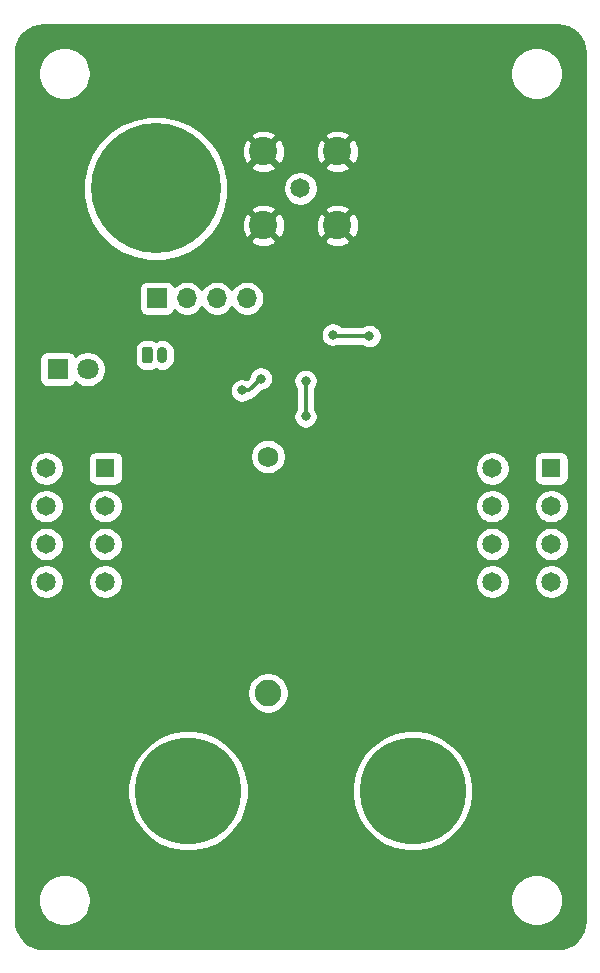
<source format=gbr>
%TF.GenerationSoftware,KiCad,Pcbnew,5.1.8-db9833491~87~ubuntu20.04.1*%
%TF.CreationDate,2020-11-29T21:19:56-07:00*%
%TF.ProjectId,smallcurrent,736d616c-6c63-4757-9272-656e742e6b69,rev?*%
%TF.SameCoordinates,Original*%
%TF.FileFunction,Copper,L1,Top*%
%TF.FilePolarity,Positive*%
%FSLAX46Y46*%
G04 Gerber Fmt 4.6, Leading zero omitted, Abs format (unit mm)*
G04 Created by KiCad (PCBNEW 5.1.8-db9833491~87~ubuntu20.04.1) date 2020-11-29 21:19:56*
%MOMM*%
%LPD*%
G01*
G04 APERTURE LIST*
%TA.AperFunction,ComponentPad*%
%ADD10C,1.800000*%
%TD*%
%TA.AperFunction,ComponentPad*%
%ADD11R,1.800000X1.800000*%
%TD*%
%TA.AperFunction,ComponentPad*%
%ADD12C,11.000000*%
%TD*%
%TA.AperFunction,ComponentPad*%
%ADD13C,9.000000*%
%TD*%
%TA.AperFunction,ComponentPad*%
%ADD14C,2.250000*%
%TD*%
%TA.AperFunction,ComponentPad*%
%ADD15C,1.755000*%
%TD*%
%TA.AperFunction,ComponentPad*%
%ADD16C,1.650000*%
%TD*%
%TA.AperFunction,ComponentPad*%
%ADD17R,1.650000X1.650000*%
%TD*%
%TA.AperFunction,ComponentPad*%
%ADD18O,1.700000X1.700000*%
%TD*%
%TA.AperFunction,ComponentPad*%
%ADD19R,1.700000X1.700000*%
%TD*%
%TA.AperFunction,ComponentPad*%
%ADD20O,0.900000X1.400000*%
%TD*%
%TA.AperFunction,ComponentPad*%
%ADD21C,2.400000*%
%TD*%
%TA.AperFunction,ViaPad*%
%ADD22C,0.800000*%
%TD*%
%TA.AperFunction,Conductor*%
%ADD23C,0.350000*%
%TD*%
%TA.AperFunction,Conductor*%
%ADD24C,0.250000*%
%TD*%
%TA.AperFunction,Conductor*%
%ADD25C,0.254000*%
%TD*%
%TA.AperFunction,Conductor*%
%ADD26C,0.100000*%
%TD*%
G04 APERTURE END LIST*
D10*
%TO.P,D1,2*%
%TO.N,Net-(D1-Pad2)*%
X106740000Y-129800000D03*
D11*
%TO.P,D1,1*%
%TO.N,GND*%
X104200000Y-129800000D03*
%TD*%
D12*
%TO.P,J4,1*%
%TO.N,GNDREF*%
X137000000Y-114500000D03*
%TD*%
%TO.P,J3,1*%
%TO.N,Net-(BC1-Pad1)*%
X112500000Y-114500000D03*
%TD*%
D13*
%TO.P,J2,1*%
%TO.N,GNDREF*%
X134250000Y-165500000D03*
%TD*%
%TO.P,J1,1*%
%TO.N,Net-(J1-Pad1)*%
X115250000Y-165500000D03*
%TD*%
D14*
%TO.P,BT1,1*%
%TO.N,+BATT*%
X122000000Y-157200000D03*
D15*
%TO.P,BT1,2*%
%TO.N,GND*%
X122000000Y-137200000D03*
%TD*%
D16*
%TO.P,SW2,8*%
%TO.N,+BATT*%
X103250000Y-147800000D03*
%TO.P,SW2,7*%
%TO.N,VCC*%
X103250000Y-144600000D03*
%TO.P,SW2,6*%
%TO.N,+BATT*%
X103250000Y-141400000D03*
%TO.P,SW2,5*%
%TO.N,N/C*%
X103250000Y-138200000D03*
%TO.P,SW2,4*%
%TO.N,GNDREF*%
X108250000Y-147800000D03*
%TO.P,SW2,3*%
%TO.N,Net-(J1-Pad1)*%
X108250000Y-144600000D03*
%TO.P,SW2,2*%
%TO.N,N/C*%
X108250000Y-141400000D03*
D17*
%TO.P,SW2,1*%
X108250000Y-138200000D03*
%TD*%
D16*
%TO.P,SW1,8*%
%TO.N,Net-(R1-Pad1)*%
X141000000Y-147800000D03*
%TO.P,SW1,7*%
%TO.N,Net-(J1-Pad1)*%
X141000000Y-144600000D03*
%TO.P,SW1,6*%
%TO.N,Net-(R9-Pad1)*%
X141000000Y-141400000D03*
%TO.P,SW1,5*%
%TO.N,N/C*%
X141000000Y-138200000D03*
%TO.P,SW1,4*%
%TO.N,Net-(R12-Pad1)*%
X146000000Y-147800000D03*
%TO.P,SW1,3*%
%TO.N,Net-(R9-Pad1)*%
X146000000Y-144600000D03*
%TO.P,SW1,2*%
%TO.N,Net-(R12-Pad1)*%
X146000000Y-141400000D03*
D17*
%TO.P,SW1,1*%
%TO.N,Net-(J1-Pad1)*%
X146000000Y-138200000D03*
%TD*%
D18*
%TO.P,J6,4*%
%TO.N,Net-(J6-Pad4)*%
X120220000Y-123800000D03*
%TO.P,J6,3*%
%TO.N,N/C*%
X117680000Y-123800000D03*
%TO.P,J6,2*%
X115140000Y-123800000D03*
D19*
%TO.P,J6,1*%
%TO.N,GND*%
X112600000Y-123800000D03*
%TD*%
%TO.P,J5,1*%
%TO.N,+BATT*%
%TA.AperFunction,ComponentPad*%
G36*
G01*
X111350000Y-129075000D02*
X111350000Y-128125000D01*
G75*
G02*
X111575000Y-127900000I225000J0D01*
G01*
X112025000Y-127900000D01*
G75*
G02*
X112250000Y-128125000I0J-225000D01*
G01*
X112250000Y-129075000D01*
G75*
G02*
X112025000Y-129300000I-225000J0D01*
G01*
X111575000Y-129300000D01*
G75*
G02*
X111350000Y-129075000I0J225000D01*
G01*
G37*
%TD.AperFunction*%
D20*
%TO.P,J5,2*%
%TO.N,GND*%
X113050000Y-128600000D03*
%TD*%
D21*
%TO.P,BC1,5*%
%TO.N,GNDREF*%
X121620000Y-117630000D03*
%TO.P,BC1,4*%
X127880000Y-117630000D03*
%TO.P,BC1,3*%
X127880000Y-111370000D03*
%TO.P,BC1,2*%
X121620000Y-111370000D03*
D16*
%TO.P,BC1,1*%
%TO.N,Net-(BC1-Pad1)*%
X124750000Y-114500000D03*
%TD*%
D22*
%TO.N,GND*%
X125200000Y-130800000D03*
X125200000Y-133800000D03*
X127500531Y-126887269D03*
X130600000Y-127000000D03*
%TO.N,VCC*%
X119800000Y-131600000D03*
X121400000Y-130600000D03*
%TD*%
D23*
%TO.N,GND*%
X125200000Y-130800000D02*
X125200000Y-133800000D01*
X130600000Y-127000000D02*
X127613262Y-127000000D01*
D24*
X127613262Y-127000000D02*
X127500531Y-126887269D01*
D23*
%TO.N,VCC*%
X120400000Y-131600000D02*
X121400000Y-130600000D01*
X119800000Y-131600000D02*
X120400000Y-131600000D01*
%TD*%
D25*
%TO.N,GNDREF*%
X146953893Y-100707670D02*
X147390498Y-100839489D01*
X147793185Y-101053600D01*
X148146612Y-101341848D01*
X148437327Y-101693261D01*
X148654242Y-102094439D01*
X148789106Y-102530113D01*
X148840001Y-103014353D01*
X148840000Y-176467721D01*
X148792330Y-176953894D01*
X148660512Y-177390497D01*
X148446399Y-177793186D01*
X148158150Y-178146613D01*
X147806739Y-178437327D01*
X147405564Y-178654240D01*
X146969886Y-178789106D01*
X146485664Y-178840000D01*
X103032279Y-178840000D01*
X102546106Y-178792330D01*
X102109503Y-178660512D01*
X101706814Y-178446399D01*
X101353387Y-178158150D01*
X101062673Y-177806739D01*
X100845760Y-177405564D01*
X100710894Y-176969886D01*
X100660000Y-176485664D01*
X100660000Y-174529872D01*
X102515000Y-174529872D01*
X102515000Y-174970128D01*
X102600890Y-175401925D01*
X102769369Y-175808669D01*
X103013962Y-176174729D01*
X103325271Y-176486038D01*
X103691331Y-176730631D01*
X104098075Y-176899110D01*
X104529872Y-176985000D01*
X104970128Y-176985000D01*
X105401925Y-176899110D01*
X105808669Y-176730631D01*
X106174729Y-176486038D01*
X106486038Y-176174729D01*
X106730631Y-175808669D01*
X106899110Y-175401925D01*
X106985000Y-174970128D01*
X106985000Y-174529872D01*
X142515000Y-174529872D01*
X142515000Y-174970128D01*
X142600890Y-175401925D01*
X142769369Y-175808669D01*
X143013962Y-176174729D01*
X143325271Y-176486038D01*
X143691331Y-176730631D01*
X144098075Y-176899110D01*
X144529872Y-176985000D01*
X144970128Y-176985000D01*
X145401925Y-176899110D01*
X145808669Y-176730631D01*
X146174729Y-176486038D01*
X146486038Y-176174729D01*
X146730631Y-175808669D01*
X146899110Y-175401925D01*
X146985000Y-174970128D01*
X146985000Y-174529872D01*
X146899110Y-174098075D01*
X146730631Y-173691331D01*
X146486038Y-173325271D01*
X146174729Y-173013962D01*
X145808669Y-172769369D01*
X145401925Y-172600890D01*
X144970128Y-172515000D01*
X144529872Y-172515000D01*
X144098075Y-172600890D01*
X143691331Y-172769369D01*
X143325271Y-173013962D01*
X143013962Y-173325271D01*
X142769369Y-173691331D01*
X142600890Y-174098075D01*
X142515000Y-174529872D01*
X106985000Y-174529872D01*
X106899110Y-174098075D01*
X106730631Y-173691331D01*
X106486038Y-173325271D01*
X106174729Y-173013962D01*
X105808669Y-172769369D01*
X105401925Y-172600890D01*
X104970128Y-172515000D01*
X104529872Y-172515000D01*
X104098075Y-172600890D01*
X103691331Y-172769369D01*
X103325271Y-173013962D01*
X103013962Y-173325271D01*
X102769369Y-173691331D01*
X102600890Y-174098075D01*
X102515000Y-174529872D01*
X100660000Y-174529872D01*
X100660000Y-164994247D01*
X110115000Y-164994247D01*
X110115000Y-166005753D01*
X110312335Y-166997824D01*
X110699422Y-167932335D01*
X111261385Y-168773372D01*
X111976628Y-169488615D01*
X112817665Y-170050578D01*
X113752176Y-170437665D01*
X114744247Y-170635000D01*
X115755753Y-170635000D01*
X116747824Y-170437665D01*
X117682335Y-170050578D01*
X118523372Y-169488615D01*
X119238615Y-168773372D01*
X119800578Y-167932335D01*
X120187665Y-166997824D01*
X120385000Y-166005753D01*
X120385000Y-164994247D01*
X129115000Y-164994247D01*
X129115000Y-166005753D01*
X129312335Y-166997824D01*
X129699422Y-167932335D01*
X130261385Y-168773372D01*
X130976628Y-169488615D01*
X131817665Y-170050578D01*
X132752176Y-170437665D01*
X133744247Y-170635000D01*
X134755753Y-170635000D01*
X135747824Y-170437665D01*
X136682335Y-170050578D01*
X137523372Y-169488615D01*
X138238615Y-168773372D01*
X138800578Y-167932335D01*
X139187665Y-166997824D01*
X139385000Y-166005753D01*
X139385000Y-164994247D01*
X139187665Y-164002176D01*
X138800578Y-163067665D01*
X138238615Y-162226628D01*
X137523372Y-161511385D01*
X136682335Y-160949422D01*
X135747824Y-160562335D01*
X134755753Y-160365000D01*
X133744247Y-160365000D01*
X132752176Y-160562335D01*
X131817665Y-160949422D01*
X130976628Y-161511385D01*
X130261385Y-162226628D01*
X129699422Y-163067665D01*
X129312335Y-164002176D01*
X129115000Y-164994247D01*
X120385000Y-164994247D01*
X120187665Y-164002176D01*
X119800578Y-163067665D01*
X119238615Y-162226628D01*
X118523372Y-161511385D01*
X117682335Y-160949422D01*
X116747824Y-160562335D01*
X115755753Y-160365000D01*
X114744247Y-160365000D01*
X113752176Y-160562335D01*
X112817665Y-160949422D01*
X111976628Y-161511385D01*
X111261385Y-162226628D01*
X110699422Y-163067665D01*
X110312335Y-164002176D01*
X110115000Y-164994247D01*
X100660000Y-164994247D01*
X100660000Y-157026655D01*
X120240000Y-157026655D01*
X120240000Y-157373345D01*
X120307636Y-157713373D01*
X120440308Y-158033673D01*
X120632919Y-158321935D01*
X120878065Y-158567081D01*
X121166327Y-158759692D01*
X121486627Y-158892364D01*
X121826655Y-158960000D01*
X122173345Y-158960000D01*
X122513373Y-158892364D01*
X122833673Y-158759692D01*
X123121935Y-158567081D01*
X123367081Y-158321935D01*
X123559692Y-158033673D01*
X123692364Y-157713373D01*
X123760000Y-157373345D01*
X123760000Y-157026655D01*
X123692364Y-156686627D01*
X123559692Y-156366327D01*
X123367081Y-156078065D01*
X123121935Y-155832919D01*
X122833673Y-155640308D01*
X122513373Y-155507636D01*
X122173345Y-155440000D01*
X121826655Y-155440000D01*
X121486627Y-155507636D01*
X121166327Y-155640308D01*
X120878065Y-155832919D01*
X120632919Y-156078065D01*
X120440308Y-156366327D01*
X120307636Y-156686627D01*
X120240000Y-157026655D01*
X100660000Y-157026655D01*
X100660000Y-147656203D01*
X101790000Y-147656203D01*
X101790000Y-147943797D01*
X101846107Y-148225866D01*
X101956165Y-148491569D01*
X102115944Y-148730696D01*
X102319304Y-148934056D01*
X102558431Y-149093835D01*
X102824134Y-149203893D01*
X103106203Y-149260000D01*
X103393797Y-149260000D01*
X103675866Y-149203893D01*
X103941569Y-149093835D01*
X104180696Y-148934056D01*
X104384056Y-148730696D01*
X104543835Y-148491569D01*
X104653893Y-148225866D01*
X104710000Y-147943797D01*
X104710000Y-147656203D01*
X106790000Y-147656203D01*
X106790000Y-147943797D01*
X106846107Y-148225866D01*
X106956165Y-148491569D01*
X107115944Y-148730696D01*
X107319304Y-148934056D01*
X107558431Y-149093835D01*
X107824134Y-149203893D01*
X108106203Y-149260000D01*
X108393797Y-149260000D01*
X108675866Y-149203893D01*
X108941569Y-149093835D01*
X109180696Y-148934056D01*
X109384056Y-148730696D01*
X109543835Y-148491569D01*
X109653893Y-148225866D01*
X109710000Y-147943797D01*
X109710000Y-147656203D01*
X139540000Y-147656203D01*
X139540000Y-147943797D01*
X139596107Y-148225866D01*
X139706165Y-148491569D01*
X139865944Y-148730696D01*
X140069304Y-148934056D01*
X140308431Y-149093835D01*
X140574134Y-149203893D01*
X140856203Y-149260000D01*
X141143797Y-149260000D01*
X141425866Y-149203893D01*
X141691569Y-149093835D01*
X141930696Y-148934056D01*
X142134056Y-148730696D01*
X142293835Y-148491569D01*
X142403893Y-148225866D01*
X142460000Y-147943797D01*
X142460000Y-147656203D01*
X144540000Y-147656203D01*
X144540000Y-147943797D01*
X144596107Y-148225866D01*
X144706165Y-148491569D01*
X144865944Y-148730696D01*
X145069304Y-148934056D01*
X145308431Y-149093835D01*
X145574134Y-149203893D01*
X145856203Y-149260000D01*
X146143797Y-149260000D01*
X146425866Y-149203893D01*
X146691569Y-149093835D01*
X146930696Y-148934056D01*
X147134056Y-148730696D01*
X147293835Y-148491569D01*
X147403893Y-148225866D01*
X147460000Y-147943797D01*
X147460000Y-147656203D01*
X147403893Y-147374134D01*
X147293835Y-147108431D01*
X147134056Y-146869304D01*
X146930696Y-146665944D01*
X146691569Y-146506165D01*
X146425866Y-146396107D01*
X146143797Y-146340000D01*
X145856203Y-146340000D01*
X145574134Y-146396107D01*
X145308431Y-146506165D01*
X145069304Y-146665944D01*
X144865944Y-146869304D01*
X144706165Y-147108431D01*
X144596107Y-147374134D01*
X144540000Y-147656203D01*
X142460000Y-147656203D01*
X142403893Y-147374134D01*
X142293835Y-147108431D01*
X142134056Y-146869304D01*
X141930696Y-146665944D01*
X141691569Y-146506165D01*
X141425866Y-146396107D01*
X141143797Y-146340000D01*
X140856203Y-146340000D01*
X140574134Y-146396107D01*
X140308431Y-146506165D01*
X140069304Y-146665944D01*
X139865944Y-146869304D01*
X139706165Y-147108431D01*
X139596107Y-147374134D01*
X139540000Y-147656203D01*
X109710000Y-147656203D01*
X109653893Y-147374134D01*
X109543835Y-147108431D01*
X109384056Y-146869304D01*
X109180696Y-146665944D01*
X108941569Y-146506165D01*
X108675866Y-146396107D01*
X108393797Y-146340000D01*
X108106203Y-146340000D01*
X107824134Y-146396107D01*
X107558431Y-146506165D01*
X107319304Y-146665944D01*
X107115944Y-146869304D01*
X106956165Y-147108431D01*
X106846107Y-147374134D01*
X106790000Y-147656203D01*
X104710000Y-147656203D01*
X104653893Y-147374134D01*
X104543835Y-147108431D01*
X104384056Y-146869304D01*
X104180696Y-146665944D01*
X103941569Y-146506165D01*
X103675866Y-146396107D01*
X103393797Y-146340000D01*
X103106203Y-146340000D01*
X102824134Y-146396107D01*
X102558431Y-146506165D01*
X102319304Y-146665944D01*
X102115944Y-146869304D01*
X101956165Y-147108431D01*
X101846107Y-147374134D01*
X101790000Y-147656203D01*
X100660000Y-147656203D01*
X100660000Y-144456203D01*
X101790000Y-144456203D01*
X101790000Y-144743797D01*
X101846107Y-145025866D01*
X101956165Y-145291569D01*
X102115944Y-145530696D01*
X102319304Y-145734056D01*
X102558431Y-145893835D01*
X102824134Y-146003893D01*
X103106203Y-146060000D01*
X103393797Y-146060000D01*
X103675866Y-146003893D01*
X103941569Y-145893835D01*
X104180696Y-145734056D01*
X104384056Y-145530696D01*
X104543835Y-145291569D01*
X104653893Y-145025866D01*
X104710000Y-144743797D01*
X104710000Y-144456203D01*
X106790000Y-144456203D01*
X106790000Y-144743797D01*
X106846107Y-145025866D01*
X106956165Y-145291569D01*
X107115944Y-145530696D01*
X107319304Y-145734056D01*
X107558431Y-145893835D01*
X107824134Y-146003893D01*
X108106203Y-146060000D01*
X108393797Y-146060000D01*
X108675866Y-146003893D01*
X108941569Y-145893835D01*
X109180696Y-145734056D01*
X109384056Y-145530696D01*
X109543835Y-145291569D01*
X109653893Y-145025866D01*
X109710000Y-144743797D01*
X109710000Y-144456203D01*
X139540000Y-144456203D01*
X139540000Y-144743797D01*
X139596107Y-145025866D01*
X139706165Y-145291569D01*
X139865944Y-145530696D01*
X140069304Y-145734056D01*
X140308431Y-145893835D01*
X140574134Y-146003893D01*
X140856203Y-146060000D01*
X141143797Y-146060000D01*
X141425866Y-146003893D01*
X141691569Y-145893835D01*
X141930696Y-145734056D01*
X142134056Y-145530696D01*
X142293835Y-145291569D01*
X142403893Y-145025866D01*
X142460000Y-144743797D01*
X142460000Y-144456203D01*
X144540000Y-144456203D01*
X144540000Y-144743797D01*
X144596107Y-145025866D01*
X144706165Y-145291569D01*
X144865944Y-145530696D01*
X145069304Y-145734056D01*
X145308431Y-145893835D01*
X145574134Y-146003893D01*
X145856203Y-146060000D01*
X146143797Y-146060000D01*
X146425866Y-146003893D01*
X146691569Y-145893835D01*
X146930696Y-145734056D01*
X147134056Y-145530696D01*
X147293835Y-145291569D01*
X147403893Y-145025866D01*
X147460000Y-144743797D01*
X147460000Y-144456203D01*
X147403893Y-144174134D01*
X147293835Y-143908431D01*
X147134056Y-143669304D01*
X146930696Y-143465944D01*
X146691569Y-143306165D01*
X146425866Y-143196107D01*
X146143797Y-143140000D01*
X145856203Y-143140000D01*
X145574134Y-143196107D01*
X145308431Y-143306165D01*
X145069304Y-143465944D01*
X144865944Y-143669304D01*
X144706165Y-143908431D01*
X144596107Y-144174134D01*
X144540000Y-144456203D01*
X142460000Y-144456203D01*
X142403893Y-144174134D01*
X142293835Y-143908431D01*
X142134056Y-143669304D01*
X141930696Y-143465944D01*
X141691569Y-143306165D01*
X141425866Y-143196107D01*
X141143797Y-143140000D01*
X140856203Y-143140000D01*
X140574134Y-143196107D01*
X140308431Y-143306165D01*
X140069304Y-143465944D01*
X139865944Y-143669304D01*
X139706165Y-143908431D01*
X139596107Y-144174134D01*
X139540000Y-144456203D01*
X109710000Y-144456203D01*
X109653893Y-144174134D01*
X109543835Y-143908431D01*
X109384056Y-143669304D01*
X109180696Y-143465944D01*
X108941569Y-143306165D01*
X108675866Y-143196107D01*
X108393797Y-143140000D01*
X108106203Y-143140000D01*
X107824134Y-143196107D01*
X107558431Y-143306165D01*
X107319304Y-143465944D01*
X107115944Y-143669304D01*
X106956165Y-143908431D01*
X106846107Y-144174134D01*
X106790000Y-144456203D01*
X104710000Y-144456203D01*
X104653893Y-144174134D01*
X104543835Y-143908431D01*
X104384056Y-143669304D01*
X104180696Y-143465944D01*
X103941569Y-143306165D01*
X103675866Y-143196107D01*
X103393797Y-143140000D01*
X103106203Y-143140000D01*
X102824134Y-143196107D01*
X102558431Y-143306165D01*
X102319304Y-143465944D01*
X102115944Y-143669304D01*
X101956165Y-143908431D01*
X101846107Y-144174134D01*
X101790000Y-144456203D01*
X100660000Y-144456203D01*
X100660000Y-141256203D01*
X101790000Y-141256203D01*
X101790000Y-141543797D01*
X101846107Y-141825866D01*
X101956165Y-142091569D01*
X102115944Y-142330696D01*
X102319304Y-142534056D01*
X102558431Y-142693835D01*
X102824134Y-142803893D01*
X103106203Y-142860000D01*
X103393797Y-142860000D01*
X103675866Y-142803893D01*
X103941569Y-142693835D01*
X104180696Y-142534056D01*
X104384056Y-142330696D01*
X104543835Y-142091569D01*
X104653893Y-141825866D01*
X104710000Y-141543797D01*
X104710000Y-141256203D01*
X106790000Y-141256203D01*
X106790000Y-141543797D01*
X106846107Y-141825866D01*
X106956165Y-142091569D01*
X107115944Y-142330696D01*
X107319304Y-142534056D01*
X107558431Y-142693835D01*
X107824134Y-142803893D01*
X108106203Y-142860000D01*
X108393797Y-142860000D01*
X108675866Y-142803893D01*
X108941569Y-142693835D01*
X109180696Y-142534056D01*
X109384056Y-142330696D01*
X109543835Y-142091569D01*
X109653893Y-141825866D01*
X109710000Y-141543797D01*
X109710000Y-141256203D01*
X139540000Y-141256203D01*
X139540000Y-141543797D01*
X139596107Y-141825866D01*
X139706165Y-142091569D01*
X139865944Y-142330696D01*
X140069304Y-142534056D01*
X140308431Y-142693835D01*
X140574134Y-142803893D01*
X140856203Y-142860000D01*
X141143797Y-142860000D01*
X141425866Y-142803893D01*
X141691569Y-142693835D01*
X141930696Y-142534056D01*
X142134056Y-142330696D01*
X142293835Y-142091569D01*
X142403893Y-141825866D01*
X142460000Y-141543797D01*
X142460000Y-141256203D01*
X144540000Y-141256203D01*
X144540000Y-141543797D01*
X144596107Y-141825866D01*
X144706165Y-142091569D01*
X144865944Y-142330696D01*
X145069304Y-142534056D01*
X145308431Y-142693835D01*
X145574134Y-142803893D01*
X145856203Y-142860000D01*
X146143797Y-142860000D01*
X146425866Y-142803893D01*
X146691569Y-142693835D01*
X146930696Y-142534056D01*
X147134056Y-142330696D01*
X147293835Y-142091569D01*
X147403893Y-141825866D01*
X147460000Y-141543797D01*
X147460000Y-141256203D01*
X147403893Y-140974134D01*
X147293835Y-140708431D01*
X147134056Y-140469304D01*
X146930696Y-140265944D01*
X146691569Y-140106165D01*
X146425866Y-139996107D01*
X146143797Y-139940000D01*
X145856203Y-139940000D01*
X145574134Y-139996107D01*
X145308431Y-140106165D01*
X145069304Y-140265944D01*
X144865944Y-140469304D01*
X144706165Y-140708431D01*
X144596107Y-140974134D01*
X144540000Y-141256203D01*
X142460000Y-141256203D01*
X142403893Y-140974134D01*
X142293835Y-140708431D01*
X142134056Y-140469304D01*
X141930696Y-140265944D01*
X141691569Y-140106165D01*
X141425866Y-139996107D01*
X141143797Y-139940000D01*
X140856203Y-139940000D01*
X140574134Y-139996107D01*
X140308431Y-140106165D01*
X140069304Y-140265944D01*
X139865944Y-140469304D01*
X139706165Y-140708431D01*
X139596107Y-140974134D01*
X139540000Y-141256203D01*
X109710000Y-141256203D01*
X109653893Y-140974134D01*
X109543835Y-140708431D01*
X109384056Y-140469304D01*
X109180696Y-140265944D01*
X108941569Y-140106165D01*
X108675866Y-139996107D01*
X108393797Y-139940000D01*
X108106203Y-139940000D01*
X107824134Y-139996107D01*
X107558431Y-140106165D01*
X107319304Y-140265944D01*
X107115944Y-140469304D01*
X106956165Y-140708431D01*
X106846107Y-140974134D01*
X106790000Y-141256203D01*
X104710000Y-141256203D01*
X104653893Y-140974134D01*
X104543835Y-140708431D01*
X104384056Y-140469304D01*
X104180696Y-140265944D01*
X103941569Y-140106165D01*
X103675866Y-139996107D01*
X103393797Y-139940000D01*
X103106203Y-139940000D01*
X102824134Y-139996107D01*
X102558431Y-140106165D01*
X102319304Y-140265944D01*
X102115944Y-140469304D01*
X101956165Y-140708431D01*
X101846107Y-140974134D01*
X101790000Y-141256203D01*
X100660000Y-141256203D01*
X100660000Y-138056203D01*
X101790000Y-138056203D01*
X101790000Y-138343797D01*
X101846107Y-138625866D01*
X101956165Y-138891569D01*
X102115944Y-139130696D01*
X102319304Y-139334056D01*
X102558431Y-139493835D01*
X102824134Y-139603893D01*
X103106203Y-139660000D01*
X103393797Y-139660000D01*
X103675866Y-139603893D01*
X103941569Y-139493835D01*
X104180696Y-139334056D01*
X104384056Y-139130696D01*
X104543835Y-138891569D01*
X104653893Y-138625866D01*
X104710000Y-138343797D01*
X104710000Y-138056203D01*
X104653893Y-137774134D01*
X104543835Y-137508431D01*
X104454680Y-137375000D01*
X106786928Y-137375000D01*
X106786928Y-139025000D01*
X106799188Y-139149482D01*
X106835498Y-139269180D01*
X106894463Y-139379494D01*
X106973815Y-139476185D01*
X107070506Y-139555537D01*
X107180820Y-139614502D01*
X107300518Y-139650812D01*
X107425000Y-139663072D01*
X109075000Y-139663072D01*
X109199482Y-139650812D01*
X109319180Y-139614502D01*
X109429494Y-139555537D01*
X109526185Y-139476185D01*
X109605537Y-139379494D01*
X109664502Y-139269180D01*
X109700812Y-139149482D01*
X109713072Y-139025000D01*
X109713072Y-137375000D01*
X109700812Y-137250518D01*
X109664502Y-137130820D01*
X109621854Y-137051032D01*
X120487500Y-137051032D01*
X120487500Y-137348968D01*
X120545625Y-137641180D01*
X120659640Y-137916437D01*
X120825165Y-138164162D01*
X121035838Y-138374835D01*
X121283563Y-138540360D01*
X121558820Y-138654375D01*
X121851032Y-138712500D01*
X122148968Y-138712500D01*
X122441180Y-138654375D01*
X122716437Y-138540360D01*
X122964162Y-138374835D01*
X123174835Y-138164162D01*
X123246971Y-138056203D01*
X139540000Y-138056203D01*
X139540000Y-138343797D01*
X139596107Y-138625866D01*
X139706165Y-138891569D01*
X139865944Y-139130696D01*
X140069304Y-139334056D01*
X140308431Y-139493835D01*
X140574134Y-139603893D01*
X140856203Y-139660000D01*
X141143797Y-139660000D01*
X141425866Y-139603893D01*
X141691569Y-139493835D01*
X141930696Y-139334056D01*
X142134056Y-139130696D01*
X142293835Y-138891569D01*
X142403893Y-138625866D01*
X142460000Y-138343797D01*
X142460000Y-138056203D01*
X142403893Y-137774134D01*
X142293835Y-137508431D01*
X142204680Y-137375000D01*
X144536928Y-137375000D01*
X144536928Y-139025000D01*
X144549188Y-139149482D01*
X144585498Y-139269180D01*
X144644463Y-139379494D01*
X144723815Y-139476185D01*
X144820506Y-139555537D01*
X144930820Y-139614502D01*
X145050518Y-139650812D01*
X145175000Y-139663072D01*
X146825000Y-139663072D01*
X146949482Y-139650812D01*
X147069180Y-139614502D01*
X147179494Y-139555537D01*
X147276185Y-139476185D01*
X147355537Y-139379494D01*
X147414502Y-139269180D01*
X147450812Y-139149482D01*
X147463072Y-139025000D01*
X147463072Y-137375000D01*
X147450812Y-137250518D01*
X147414502Y-137130820D01*
X147355537Y-137020506D01*
X147276185Y-136923815D01*
X147179494Y-136844463D01*
X147069180Y-136785498D01*
X146949482Y-136749188D01*
X146825000Y-136736928D01*
X145175000Y-136736928D01*
X145050518Y-136749188D01*
X144930820Y-136785498D01*
X144820506Y-136844463D01*
X144723815Y-136923815D01*
X144644463Y-137020506D01*
X144585498Y-137130820D01*
X144549188Y-137250518D01*
X144536928Y-137375000D01*
X142204680Y-137375000D01*
X142134056Y-137269304D01*
X141930696Y-137065944D01*
X141691569Y-136906165D01*
X141425866Y-136796107D01*
X141143797Y-136740000D01*
X140856203Y-136740000D01*
X140574134Y-136796107D01*
X140308431Y-136906165D01*
X140069304Y-137065944D01*
X139865944Y-137269304D01*
X139706165Y-137508431D01*
X139596107Y-137774134D01*
X139540000Y-138056203D01*
X123246971Y-138056203D01*
X123340360Y-137916437D01*
X123454375Y-137641180D01*
X123512500Y-137348968D01*
X123512500Y-137051032D01*
X123454375Y-136758820D01*
X123340360Y-136483563D01*
X123174835Y-136235838D01*
X122964162Y-136025165D01*
X122716437Y-135859640D01*
X122441180Y-135745625D01*
X122148968Y-135687500D01*
X121851032Y-135687500D01*
X121558820Y-135745625D01*
X121283563Y-135859640D01*
X121035838Y-136025165D01*
X120825165Y-136235838D01*
X120659640Y-136483563D01*
X120545625Y-136758820D01*
X120487500Y-137051032D01*
X109621854Y-137051032D01*
X109605537Y-137020506D01*
X109526185Y-136923815D01*
X109429494Y-136844463D01*
X109319180Y-136785498D01*
X109199482Y-136749188D01*
X109075000Y-136736928D01*
X107425000Y-136736928D01*
X107300518Y-136749188D01*
X107180820Y-136785498D01*
X107070506Y-136844463D01*
X106973815Y-136923815D01*
X106894463Y-137020506D01*
X106835498Y-137130820D01*
X106799188Y-137250518D01*
X106786928Y-137375000D01*
X104454680Y-137375000D01*
X104384056Y-137269304D01*
X104180696Y-137065944D01*
X103941569Y-136906165D01*
X103675866Y-136796107D01*
X103393797Y-136740000D01*
X103106203Y-136740000D01*
X102824134Y-136796107D01*
X102558431Y-136906165D01*
X102319304Y-137065944D01*
X102115944Y-137269304D01*
X101956165Y-137508431D01*
X101846107Y-137774134D01*
X101790000Y-138056203D01*
X100660000Y-138056203D01*
X100660000Y-131498061D01*
X118765000Y-131498061D01*
X118765000Y-131701939D01*
X118804774Y-131901898D01*
X118882795Y-132090256D01*
X118996063Y-132259774D01*
X119140226Y-132403937D01*
X119309744Y-132517205D01*
X119498102Y-132595226D01*
X119698061Y-132635000D01*
X119901939Y-132635000D01*
X120101898Y-132595226D01*
X120290256Y-132517205D01*
X120452586Y-132408740D01*
X120558788Y-132398280D01*
X120711473Y-132351963D01*
X120852189Y-132276749D01*
X120975528Y-132175528D01*
X121000899Y-132144613D01*
X121512641Y-131632871D01*
X121701898Y-131595226D01*
X121890256Y-131517205D01*
X122059774Y-131403937D01*
X122203937Y-131259774D01*
X122317205Y-131090256D01*
X122395226Y-130901898D01*
X122435000Y-130701939D01*
X122435000Y-130698061D01*
X124165000Y-130698061D01*
X124165000Y-130901939D01*
X124204774Y-131101898D01*
X124282795Y-131290256D01*
X124390000Y-131450700D01*
X124390001Y-133149299D01*
X124282795Y-133309744D01*
X124204774Y-133498102D01*
X124165000Y-133698061D01*
X124165000Y-133901939D01*
X124204774Y-134101898D01*
X124282795Y-134290256D01*
X124396063Y-134459774D01*
X124540226Y-134603937D01*
X124709744Y-134717205D01*
X124898102Y-134795226D01*
X125098061Y-134835000D01*
X125301939Y-134835000D01*
X125501898Y-134795226D01*
X125690256Y-134717205D01*
X125859774Y-134603937D01*
X126003937Y-134459774D01*
X126117205Y-134290256D01*
X126195226Y-134101898D01*
X126235000Y-133901939D01*
X126235000Y-133698061D01*
X126195226Y-133498102D01*
X126117205Y-133309744D01*
X126010000Y-133149300D01*
X126010000Y-131450700D01*
X126117205Y-131290256D01*
X126195226Y-131101898D01*
X126235000Y-130901939D01*
X126235000Y-130698061D01*
X126195226Y-130498102D01*
X126117205Y-130309744D01*
X126003937Y-130140226D01*
X125859774Y-129996063D01*
X125690256Y-129882795D01*
X125501898Y-129804774D01*
X125301939Y-129765000D01*
X125098061Y-129765000D01*
X124898102Y-129804774D01*
X124709744Y-129882795D01*
X124540226Y-129996063D01*
X124396063Y-130140226D01*
X124282795Y-130309744D01*
X124204774Y-130498102D01*
X124165000Y-130698061D01*
X122435000Y-130698061D01*
X122435000Y-130498061D01*
X122395226Y-130298102D01*
X122317205Y-130109744D01*
X122203937Y-129940226D01*
X122059774Y-129796063D01*
X121890256Y-129682795D01*
X121701898Y-129604774D01*
X121501939Y-129565000D01*
X121298061Y-129565000D01*
X121098102Y-129604774D01*
X120909744Y-129682795D01*
X120740226Y-129796063D01*
X120596063Y-129940226D01*
X120482795Y-130109744D01*
X120404774Y-130298102D01*
X120367129Y-130487359D01*
X120206419Y-130648068D01*
X120101898Y-130604774D01*
X119901939Y-130565000D01*
X119698061Y-130565000D01*
X119498102Y-130604774D01*
X119309744Y-130682795D01*
X119140226Y-130796063D01*
X118996063Y-130940226D01*
X118882795Y-131109744D01*
X118804774Y-131298102D01*
X118765000Y-131498061D01*
X100660000Y-131498061D01*
X100660000Y-128900000D01*
X102661928Y-128900000D01*
X102661928Y-130700000D01*
X102674188Y-130824482D01*
X102710498Y-130944180D01*
X102769463Y-131054494D01*
X102848815Y-131151185D01*
X102945506Y-131230537D01*
X103055820Y-131289502D01*
X103175518Y-131325812D01*
X103300000Y-131338072D01*
X105100000Y-131338072D01*
X105224482Y-131325812D01*
X105344180Y-131289502D01*
X105454494Y-131230537D01*
X105551185Y-131151185D01*
X105630537Y-131054494D01*
X105689502Y-130944180D01*
X105695056Y-130925873D01*
X105761495Y-130992312D01*
X106012905Y-131160299D01*
X106292257Y-131276011D01*
X106588816Y-131335000D01*
X106891184Y-131335000D01*
X107187743Y-131276011D01*
X107467095Y-131160299D01*
X107718505Y-130992312D01*
X107932312Y-130778505D01*
X108100299Y-130527095D01*
X108216011Y-130247743D01*
X108275000Y-129951184D01*
X108275000Y-129648816D01*
X108216011Y-129352257D01*
X108100299Y-129072905D01*
X107932312Y-128821495D01*
X107718505Y-128607688D01*
X107467095Y-128439701D01*
X107187743Y-128323989D01*
X106891184Y-128265000D01*
X106588816Y-128265000D01*
X106292257Y-128323989D01*
X106012905Y-128439701D01*
X105761495Y-128607688D01*
X105695056Y-128674127D01*
X105689502Y-128655820D01*
X105630537Y-128545506D01*
X105551185Y-128448815D01*
X105454494Y-128369463D01*
X105344180Y-128310498D01*
X105224482Y-128274188D01*
X105100000Y-128261928D01*
X103300000Y-128261928D01*
X103175518Y-128274188D01*
X103055820Y-128310498D01*
X102945506Y-128369463D01*
X102848815Y-128448815D01*
X102769463Y-128545506D01*
X102710498Y-128655820D01*
X102674188Y-128775518D01*
X102661928Y-128900000D01*
X100660000Y-128900000D01*
X100660000Y-128125000D01*
X110711928Y-128125000D01*
X110711928Y-129075000D01*
X110728512Y-129243377D01*
X110777625Y-129405283D01*
X110857382Y-129554497D01*
X110964716Y-129685284D01*
X111095503Y-129792618D01*
X111244717Y-129872375D01*
X111406623Y-129921488D01*
X111575000Y-129938072D01*
X112025000Y-129938072D01*
X112193377Y-129921488D01*
X112355283Y-129872375D01*
X112504497Y-129792618D01*
X112507396Y-129790239D01*
X112632781Y-129857259D01*
X112837304Y-129919300D01*
X113050000Y-129940249D01*
X113262697Y-129919300D01*
X113467220Y-129857259D01*
X113655710Y-129756509D01*
X113820922Y-129620922D01*
X113956509Y-129455710D01*
X114057259Y-129267219D01*
X114119300Y-129062696D01*
X114135000Y-128903293D01*
X114135000Y-128296706D01*
X114119300Y-128137303D01*
X114057259Y-127932780D01*
X113956509Y-127744290D01*
X113820922Y-127579078D01*
X113655710Y-127443491D01*
X113467219Y-127342741D01*
X113262696Y-127280700D01*
X113050000Y-127259751D01*
X112837303Y-127280700D01*
X112632780Y-127342741D01*
X112507395Y-127409761D01*
X112504497Y-127407382D01*
X112355283Y-127327625D01*
X112193377Y-127278512D01*
X112025000Y-127261928D01*
X111575000Y-127261928D01*
X111406623Y-127278512D01*
X111244717Y-127327625D01*
X111095503Y-127407382D01*
X110964716Y-127514716D01*
X110857382Y-127645503D01*
X110777625Y-127794717D01*
X110728512Y-127956623D01*
X110711928Y-128125000D01*
X100660000Y-128125000D01*
X100660000Y-126785330D01*
X126465531Y-126785330D01*
X126465531Y-126989208D01*
X126505305Y-127189167D01*
X126583326Y-127377525D01*
X126696594Y-127547043D01*
X126840757Y-127691206D01*
X127010275Y-127804474D01*
X127198633Y-127882495D01*
X127398592Y-127922269D01*
X127602470Y-127922269D01*
X127802429Y-127882495D01*
X127977446Y-127810000D01*
X129949300Y-127810000D01*
X130109744Y-127917205D01*
X130298102Y-127995226D01*
X130498061Y-128035000D01*
X130701939Y-128035000D01*
X130901898Y-127995226D01*
X131090256Y-127917205D01*
X131259774Y-127803937D01*
X131403937Y-127659774D01*
X131517205Y-127490256D01*
X131595226Y-127301898D01*
X131635000Y-127101939D01*
X131635000Y-126898061D01*
X131595226Y-126698102D01*
X131517205Y-126509744D01*
X131403937Y-126340226D01*
X131259774Y-126196063D01*
X131090256Y-126082795D01*
X130901898Y-126004774D01*
X130701939Y-125965000D01*
X130498061Y-125965000D01*
X130298102Y-126004774D01*
X130109744Y-126082795D01*
X129949300Y-126190000D01*
X128266973Y-126190000D01*
X128160305Y-126083332D01*
X127990787Y-125970064D01*
X127802429Y-125892043D01*
X127602470Y-125852269D01*
X127398592Y-125852269D01*
X127198633Y-125892043D01*
X127010275Y-125970064D01*
X126840757Y-126083332D01*
X126696594Y-126227495D01*
X126583326Y-126397013D01*
X126505305Y-126585371D01*
X126465531Y-126785330D01*
X100660000Y-126785330D01*
X100660000Y-122950000D01*
X111111928Y-122950000D01*
X111111928Y-124650000D01*
X111124188Y-124774482D01*
X111160498Y-124894180D01*
X111219463Y-125004494D01*
X111298815Y-125101185D01*
X111395506Y-125180537D01*
X111505820Y-125239502D01*
X111625518Y-125275812D01*
X111750000Y-125288072D01*
X113450000Y-125288072D01*
X113574482Y-125275812D01*
X113694180Y-125239502D01*
X113804494Y-125180537D01*
X113901185Y-125101185D01*
X113980537Y-125004494D01*
X114039502Y-124894180D01*
X114061513Y-124821620D01*
X114193368Y-124953475D01*
X114436589Y-125115990D01*
X114706842Y-125227932D01*
X114993740Y-125285000D01*
X115286260Y-125285000D01*
X115573158Y-125227932D01*
X115843411Y-125115990D01*
X116086632Y-124953475D01*
X116293475Y-124746632D01*
X116410000Y-124572240D01*
X116526525Y-124746632D01*
X116733368Y-124953475D01*
X116976589Y-125115990D01*
X117246842Y-125227932D01*
X117533740Y-125285000D01*
X117826260Y-125285000D01*
X118113158Y-125227932D01*
X118383411Y-125115990D01*
X118626632Y-124953475D01*
X118833475Y-124746632D01*
X118950000Y-124572240D01*
X119066525Y-124746632D01*
X119273368Y-124953475D01*
X119516589Y-125115990D01*
X119786842Y-125227932D01*
X120073740Y-125285000D01*
X120366260Y-125285000D01*
X120653158Y-125227932D01*
X120923411Y-125115990D01*
X121166632Y-124953475D01*
X121373475Y-124746632D01*
X121535990Y-124503411D01*
X121647932Y-124233158D01*
X121705000Y-123946260D01*
X121705000Y-123653740D01*
X121647932Y-123366842D01*
X121535990Y-123096589D01*
X121373475Y-122853368D01*
X121166632Y-122646525D01*
X120923411Y-122484010D01*
X120653158Y-122372068D01*
X120366260Y-122315000D01*
X120073740Y-122315000D01*
X119786842Y-122372068D01*
X119516589Y-122484010D01*
X119273368Y-122646525D01*
X119066525Y-122853368D01*
X118950000Y-123027760D01*
X118833475Y-122853368D01*
X118626632Y-122646525D01*
X118383411Y-122484010D01*
X118113158Y-122372068D01*
X117826260Y-122315000D01*
X117533740Y-122315000D01*
X117246842Y-122372068D01*
X116976589Y-122484010D01*
X116733368Y-122646525D01*
X116526525Y-122853368D01*
X116410000Y-123027760D01*
X116293475Y-122853368D01*
X116086632Y-122646525D01*
X115843411Y-122484010D01*
X115573158Y-122372068D01*
X115286260Y-122315000D01*
X114993740Y-122315000D01*
X114706842Y-122372068D01*
X114436589Y-122484010D01*
X114193368Y-122646525D01*
X114061513Y-122778380D01*
X114039502Y-122705820D01*
X113980537Y-122595506D01*
X113901185Y-122498815D01*
X113804494Y-122419463D01*
X113694180Y-122360498D01*
X113574482Y-122324188D01*
X113450000Y-122311928D01*
X111750000Y-122311928D01*
X111625518Y-122324188D01*
X111505820Y-122360498D01*
X111395506Y-122419463D01*
X111298815Y-122498815D01*
X111219463Y-122595506D01*
X111160498Y-122705820D01*
X111124188Y-122825518D01*
X111111928Y-122950000D01*
X100660000Y-122950000D01*
X100660000Y-113895755D01*
X106365000Y-113895755D01*
X106365000Y-115104245D01*
X106600764Y-116289514D01*
X107063233Y-117406012D01*
X107734634Y-118410835D01*
X108589165Y-119265366D01*
X109593988Y-119936767D01*
X110710486Y-120399236D01*
X111895755Y-120635000D01*
X113104245Y-120635000D01*
X114289514Y-120399236D01*
X115406012Y-119936767D01*
X116410835Y-119265366D01*
X116768221Y-118907980D01*
X120521626Y-118907980D01*
X120641514Y-119192836D01*
X120965210Y-119353699D01*
X121314069Y-119448322D01*
X121674684Y-119473067D01*
X122033198Y-119426985D01*
X122375833Y-119311846D01*
X122598486Y-119192836D01*
X122718374Y-118907980D01*
X126781626Y-118907980D01*
X126901514Y-119192836D01*
X127225210Y-119353699D01*
X127574069Y-119448322D01*
X127934684Y-119473067D01*
X128293198Y-119426985D01*
X128635833Y-119311846D01*
X128858486Y-119192836D01*
X128978374Y-118907980D01*
X127880000Y-117809605D01*
X126781626Y-118907980D01*
X122718374Y-118907980D01*
X121620000Y-117809605D01*
X120521626Y-118907980D01*
X116768221Y-118907980D01*
X117265366Y-118410835D01*
X117750564Y-117684684D01*
X119776933Y-117684684D01*
X119823015Y-118043198D01*
X119938154Y-118385833D01*
X120057164Y-118608486D01*
X120342020Y-118728374D01*
X121440395Y-117630000D01*
X121799605Y-117630000D01*
X122897980Y-118728374D01*
X123182836Y-118608486D01*
X123343699Y-118284790D01*
X123438322Y-117935931D01*
X123455562Y-117684684D01*
X126036933Y-117684684D01*
X126083015Y-118043198D01*
X126198154Y-118385833D01*
X126317164Y-118608486D01*
X126602020Y-118728374D01*
X127700395Y-117630000D01*
X128059605Y-117630000D01*
X129157980Y-118728374D01*
X129442836Y-118608486D01*
X129603699Y-118284790D01*
X129698322Y-117935931D01*
X129723067Y-117575316D01*
X129676985Y-117216802D01*
X129561846Y-116874167D01*
X129442836Y-116651514D01*
X129157980Y-116531626D01*
X128059605Y-117630000D01*
X127700395Y-117630000D01*
X126602020Y-116531626D01*
X126317164Y-116651514D01*
X126156301Y-116975210D01*
X126061678Y-117324069D01*
X126036933Y-117684684D01*
X123455562Y-117684684D01*
X123463067Y-117575316D01*
X123416985Y-117216802D01*
X123301846Y-116874167D01*
X123182836Y-116651514D01*
X122897980Y-116531626D01*
X121799605Y-117630000D01*
X121440395Y-117630000D01*
X120342020Y-116531626D01*
X120057164Y-116651514D01*
X119896301Y-116975210D01*
X119801678Y-117324069D01*
X119776933Y-117684684D01*
X117750564Y-117684684D01*
X117936767Y-117406012D01*
X118373345Y-116352020D01*
X120521626Y-116352020D01*
X121620000Y-117450395D01*
X122718374Y-116352020D01*
X126781626Y-116352020D01*
X127880000Y-117450395D01*
X128978374Y-116352020D01*
X128858486Y-116067164D01*
X128534790Y-115906301D01*
X128185931Y-115811678D01*
X127825316Y-115786933D01*
X127466802Y-115833015D01*
X127124167Y-115948154D01*
X126901514Y-116067164D01*
X126781626Y-116352020D01*
X122718374Y-116352020D01*
X122598486Y-116067164D01*
X122274790Y-115906301D01*
X121925931Y-115811678D01*
X121565316Y-115786933D01*
X121206802Y-115833015D01*
X120864167Y-115948154D01*
X120641514Y-116067164D01*
X120521626Y-116352020D01*
X118373345Y-116352020D01*
X118399236Y-116289514D01*
X118635000Y-115104245D01*
X118635000Y-114356203D01*
X123290000Y-114356203D01*
X123290000Y-114643797D01*
X123346107Y-114925866D01*
X123456165Y-115191569D01*
X123615944Y-115430696D01*
X123819304Y-115634056D01*
X124058431Y-115793835D01*
X124324134Y-115903893D01*
X124606203Y-115960000D01*
X124893797Y-115960000D01*
X125175866Y-115903893D01*
X125441569Y-115793835D01*
X125680696Y-115634056D01*
X125884056Y-115430696D01*
X126043835Y-115191569D01*
X126153893Y-114925866D01*
X126210000Y-114643797D01*
X126210000Y-114356203D01*
X126153893Y-114074134D01*
X126043835Y-113808431D01*
X125884056Y-113569304D01*
X125680696Y-113365944D01*
X125441569Y-113206165D01*
X125175866Y-113096107D01*
X124893797Y-113040000D01*
X124606203Y-113040000D01*
X124324134Y-113096107D01*
X124058431Y-113206165D01*
X123819304Y-113365944D01*
X123615944Y-113569304D01*
X123456165Y-113808431D01*
X123346107Y-114074134D01*
X123290000Y-114356203D01*
X118635000Y-114356203D01*
X118635000Y-113895755D01*
X118399236Y-112710486D01*
X118373346Y-112647980D01*
X120521626Y-112647980D01*
X120641514Y-112932836D01*
X120965210Y-113093699D01*
X121314069Y-113188322D01*
X121674684Y-113213067D01*
X122033198Y-113166985D01*
X122375833Y-113051846D01*
X122598486Y-112932836D01*
X122718374Y-112647980D01*
X126781626Y-112647980D01*
X126901514Y-112932836D01*
X127225210Y-113093699D01*
X127574069Y-113188322D01*
X127934684Y-113213067D01*
X128293198Y-113166985D01*
X128635833Y-113051846D01*
X128858486Y-112932836D01*
X128978374Y-112647980D01*
X127880000Y-111549605D01*
X126781626Y-112647980D01*
X122718374Y-112647980D01*
X121620000Y-111549605D01*
X120521626Y-112647980D01*
X118373346Y-112647980D01*
X117936767Y-111593988D01*
X117823642Y-111424684D01*
X119776933Y-111424684D01*
X119823015Y-111783198D01*
X119938154Y-112125833D01*
X120057164Y-112348486D01*
X120342020Y-112468374D01*
X121440395Y-111370000D01*
X121799605Y-111370000D01*
X122897980Y-112468374D01*
X123182836Y-112348486D01*
X123343699Y-112024790D01*
X123438322Y-111675931D01*
X123455562Y-111424684D01*
X126036933Y-111424684D01*
X126083015Y-111783198D01*
X126198154Y-112125833D01*
X126317164Y-112348486D01*
X126602020Y-112468374D01*
X127700395Y-111370000D01*
X128059605Y-111370000D01*
X129157980Y-112468374D01*
X129442836Y-112348486D01*
X129603699Y-112024790D01*
X129698322Y-111675931D01*
X129723067Y-111315316D01*
X129676985Y-110956802D01*
X129561846Y-110614167D01*
X129442836Y-110391514D01*
X129157980Y-110271626D01*
X128059605Y-111370000D01*
X127700395Y-111370000D01*
X126602020Y-110271626D01*
X126317164Y-110391514D01*
X126156301Y-110715210D01*
X126061678Y-111064069D01*
X126036933Y-111424684D01*
X123455562Y-111424684D01*
X123463067Y-111315316D01*
X123416985Y-110956802D01*
X123301846Y-110614167D01*
X123182836Y-110391514D01*
X122897980Y-110271626D01*
X121799605Y-111370000D01*
X121440395Y-111370000D01*
X120342020Y-110271626D01*
X120057164Y-110391514D01*
X119896301Y-110715210D01*
X119801678Y-111064069D01*
X119776933Y-111424684D01*
X117823642Y-111424684D01*
X117265366Y-110589165D01*
X116768221Y-110092020D01*
X120521626Y-110092020D01*
X121620000Y-111190395D01*
X122718374Y-110092020D01*
X126781626Y-110092020D01*
X127880000Y-111190395D01*
X128978374Y-110092020D01*
X128858486Y-109807164D01*
X128534790Y-109646301D01*
X128185931Y-109551678D01*
X127825316Y-109526933D01*
X127466802Y-109573015D01*
X127124167Y-109688154D01*
X126901514Y-109807164D01*
X126781626Y-110092020D01*
X122718374Y-110092020D01*
X122598486Y-109807164D01*
X122274790Y-109646301D01*
X121925931Y-109551678D01*
X121565316Y-109526933D01*
X121206802Y-109573015D01*
X120864167Y-109688154D01*
X120641514Y-109807164D01*
X120521626Y-110092020D01*
X116768221Y-110092020D01*
X116410835Y-109734634D01*
X115406012Y-109063233D01*
X114289514Y-108600764D01*
X113104245Y-108365000D01*
X111895755Y-108365000D01*
X110710486Y-108600764D01*
X109593988Y-109063233D01*
X108589165Y-109734634D01*
X107734634Y-110589165D01*
X107063233Y-111593988D01*
X106600764Y-112710486D01*
X106365000Y-113895755D01*
X100660000Y-113895755D01*
X100660000Y-104529872D01*
X102515000Y-104529872D01*
X102515000Y-104970128D01*
X102600890Y-105401925D01*
X102769369Y-105808669D01*
X103013962Y-106174729D01*
X103325271Y-106486038D01*
X103691331Y-106730631D01*
X104098075Y-106899110D01*
X104529872Y-106985000D01*
X104970128Y-106985000D01*
X105401925Y-106899110D01*
X105808669Y-106730631D01*
X106174729Y-106486038D01*
X106486038Y-106174729D01*
X106730631Y-105808669D01*
X106899110Y-105401925D01*
X106985000Y-104970128D01*
X106985000Y-104529872D01*
X142515000Y-104529872D01*
X142515000Y-104970128D01*
X142600890Y-105401925D01*
X142769369Y-105808669D01*
X143013962Y-106174729D01*
X143325271Y-106486038D01*
X143691331Y-106730631D01*
X144098075Y-106899110D01*
X144529872Y-106985000D01*
X144970128Y-106985000D01*
X145401925Y-106899110D01*
X145808669Y-106730631D01*
X146174729Y-106486038D01*
X146486038Y-106174729D01*
X146730631Y-105808669D01*
X146899110Y-105401925D01*
X146985000Y-104970128D01*
X146985000Y-104529872D01*
X146899110Y-104098075D01*
X146730631Y-103691331D01*
X146486038Y-103325271D01*
X146174729Y-103013962D01*
X145808669Y-102769369D01*
X145401925Y-102600890D01*
X144970128Y-102515000D01*
X144529872Y-102515000D01*
X144098075Y-102600890D01*
X143691331Y-102769369D01*
X143325271Y-103013962D01*
X143013962Y-103325271D01*
X142769369Y-103691331D01*
X142600890Y-104098075D01*
X142515000Y-104529872D01*
X106985000Y-104529872D01*
X106899110Y-104098075D01*
X106730631Y-103691331D01*
X106486038Y-103325271D01*
X106174729Y-103013962D01*
X105808669Y-102769369D01*
X105401925Y-102600890D01*
X104970128Y-102515000D01*
X104529872Y-102515000D01*
X104098075Y-102600890D01*
X103691331Y-102769369D01*
X103325271Y-103013962D01*
X103013962Y-103325271D01*
X102769369Y-103691331D01*
X102600890Y-104098075D01*
X102515000Y-104529872D01*
X100660000Y-104529872D01*
X100660000Y-103032279D01*
X100707670Y-102546107D01*
X100839489Y-102109502D01*
X101053600Y-101706815D01*
X101341848Y-101353388D01*
X101693261Y-101062673D01*
X102094439Y-100845758D01*
X102530113Y-100710894D01*
X103014344Y-100660000D01*
X146467721Y-100660000D01*
X146953893Y-100707670D01*
%TA.AperFunction,Conductor*%
D26*
G36*
X146953893Y-100707670D02*
G01*
X147390498Y-100839489D01*
X147793185Y-101053600D01*
X148146612Y-101341848D01*
X148437327Y-101693261D01*
X148654242Y-102094439D01*
X148789106Y-102530113D01*
X148840001Y-103014353D01*
X148840000Y-176467721D01*
X148792330Y-176953894D01*
X148660512Y-177390497D01*
X148446399Y-177793186D01*
X148158150Y-178146613D01*
X147806739Y-178437327D01*
X147405564Y-178654240D01*
X146969886Y-178789106D01*
X146485664Y-178840000D01*
X103032279Y-178840000D01*
X102546106Y-178792330D01*
X102109503Y-178660512D01*
X101706814Y-178446399D01*
X101353387Y-178158150D01*
X101062673Y-177806739D01*
X100845760Y-177405564D01*
X100710894Y-176969886D01*
X100660000Y-176485664D01*
X100660000Y-174529872D01*
X102515000Y-174529872D01*
X102515000Y-174970128D01*
X102600890Y-175401925D01*
X102769369Y-175808669D01*
X103013962Y-176174729D01*
X103325271Y-176486038D01*
X103691331Y-176730631D01*
X104098075Y-176899110D01*
X104529872Y-176985000D01*
X104970128Y-176985000D01*
X105401925Y-176899110D01*
X105808669Y-176730631D01*
X106174729Y-176486038D01*
X106486038Y-176174729D01*
X106730631Y-175808669D01*
X106899110Y-175401925D01*
X106985000Y-174970128D01*
X106985000Y-174529872D01*
X142515000Y-174529872D01*
X142515000Y-174970128D01*
X142600890Y-175401925D01*
X142769369Y-175808669D01*
X143013962Y-176174729D01*
X143325271Y-176486038D01*
X143691331Y-176730631D01*
X144098075Y-176899110D01*
X144529872Y-176985000D01*
X144970128Y-176985000D01*
X145401925Y-176899110D01*
X145808669Y-176730631D01*
X146174729Y-176486038D01*
X146486038Y-176174729D01*
X146730631Y-175808669D01*
X146899110Y-175401925D01*
X146985000Y-174970128D01*
X146985000Y-174529872D01*
X146899110Y-174098075D01*
X146730631Y-173691331D01*
X146486038Y-173325271D01*
X146174729Y-173013962D01*
X145808669Y-172769369D01*
X145401925Y-172600890D01*
X144970128Y-172515000D01*
X144529872Y-172515000D01*
X144098075Y-172600890D01*
X143691331Y-172769369D01*
X143325271Y-173013962D01*
X143013962Y-173325271D01*
X142769369Y-173691331D01*
X142600890Y-174098075D01*
X142515000Y-174529872D01*
X106985000Y-174529872D01*
X106899110Y-174098075D01*
X106730631Y-173691331D01*
X106486038Y-173325271D01*
X106174729Y-173013962D01*
X105808669Y-172769369D01*
X105401925Y-172600890D01*
X104970128Y-172515000D01*
X104529872Y-172515000D01*
X104098075Y-172600890D01*
X103691331Y-172769369D01*
X103325271Y-173013962D01*
X103013962Y-173325271D01*
X102769369Y-173691331D01*
X102600890Y-174098075D01*
X102515000Y-174529872D01*
X100660000Y-174529872D01*
X100660000Y-164994247D01*
X110115000Y-164994247D01*
X110115000Y-166005753D01*
X110312335Y-166997824D01*
X110699422Y-167932335D01*
X111261385Y-168773372D01*
X111976628Y-169488615D01*
X112817665Y-170050578D01*
X113752176Y-170437665D01*
X114744247Y-170635000D01*
X115755753Y-170635000D01*
X116747824Y-170437665D01*
X117682335Y-170050578D01*
X118523372Y-169488615D01*
X119238615Y-168773372D01*
X119800578Y-167932335D01*
X120187665Y-166997824D01*
X120385000Y-166005753D01*
X120385000Y-164994247D01*
X129115000Y-164994247D01*
X129115000Y-166005753D01*
X129312335Y-166997824D01*
X129699422Y-167932335D01*
X130261385Y-168773372D01*
X130976628Y-169488615D01*
X131817665Y-170050578D01*
X132752176Y-170437665D01*
X133744247Y-170635000D01*
X134755753Y-170635000D01*
X135747824Y-170437665D01*
X136682335Y-170050578D01*
X137523372Y-169488615D01*
X138238615Y-168773372D01*
X138800578Y-167932335D01*
X139187665Y-166997824D01*
X139385000Y-166005753D01*
X139385000Y-164994247D01*
X139187665Y-164002176D01*
X138800578Y-163067665D01*
X138238615Y-162226628D01*
X137523372Y-161511385D01*
X136682335Y-160949422D01*
X135747824Y-160562335D01*
X134755753Y-160365000D01*
X133744247Y-160365000D01*
X132752176Y-160562335D01*
X131817665Y-160949422D01*
X130976628Y-161511385D01*
X130261385Y-162226628D01*
X129699422Y-163067665D01*
X129312335Y-164002176D01*
X129115000Y-164994247D01*
X120385000Y-164994247D01*
X120187665Y-164002176D01*
X119800578Y-163067665D01*
X119238615Y-162226628D01*
X118523372Y-161511385D01*
X117682335Y-160949422D01*
X116747824Y-160562335D01*
X115755753Y-160365000D01*
X114744247Y-160365000D01*
X113752176Y-160562335D01*
X112817665Y-160949422D01*
X111976628Y-161511385D01*
X111261385Y-162226628D01*
X110699422Y-163067665D01*
X110312335Y-164002176D01*
X110115000Y-164994247D01*
X100660000Y-164994247D01*
X100660000Y-157026655D01*
X120240000Y-157026655D01*
X120240000Y-157373345D01*
X120307636Y-157713373D01*
X120440308Y-158033673D01*
X120632919Y-158321935D01*
X120878065Y-158567081D01*
X121166327Y-158759692D01*
X121486627Y-158892364D01*
X121826655Y-158960000D01*
X122173345Y-158960000D01*
X122513373Y-158892364D01*
X122833673Y-158759692D01*
X123121935Y-158567081D01*
X123367081Y-158321935D01*
X123559692Y-158033673D01*
X123692364Y-157713373D01*
X123760000Y-157373345D01*
X123760000Y-157026655D01*
X123692364Y-156686627D01*
X123559692Y-156366327D01*
X123367081Y-156078065D01*
X123121935Y-155832919D01*
X122833673Y-155640308D01*
X122513373Y-155507636D01*
X122173345Y-155440000D01*
X121826655Y-155440000D01*
X121486627Y-155507636D01*
X121166327Y-155640308D01*
X120878065Y-155832919D01*
X120632919Y-156078065D01*
X120440308Y-156366327D01*
X120307636Y-156686627D01*
X120240000Y-157026655D01*
X100660000Y-157026655D01*
X100660000Y-147656203D01*
X101790000Y-147656203D01*
X101790000Y-147943797D01*
X101846107Y-148225866D01*
X101956165Y-148491569D01*
X102115944Y-148730696D01*
X102319304Y-148934056D01*
X102558431Y-149093835D01*
X102824134Y-149203893D01*
X103106203Y-149260000D01*
X103393797Y-149260000D01*
X103675866Y-149203893D01*
X103941569Y-149093835D01*
X104180696Y-148934056D01*
X104384056Y-148730696D01*
X104543835Y-148491569D01*
X104653893Y-148225866D01*
X104710000Y-147943797D01*
X104710000Y-147656203D01*
X106790000Y-147656203D01*
X106790000Y-147943797D01*
X106846107Y-148225866D01*
X106956165Y-148491569D01*
X107115944Y-148730696D01*
X107319304Y-148934056D01*
X107558431Y-149093835D01*
X107824134Y-149203893D01*
X108106203Y-149260000D01*
X108393797Y-149260000D01*
X108675866Y-149203893D01*
X108941569Y-149093835D01*
X109180696Y-148934056D01*
X109384056Y-148730696D01*
X109543835Y-148491569D01*
X109653893Y-148225866D01*
X109710000Y-147943797D01*
X109710000Y-147656203D01*
X139540000Y-147656203D01*
X139540000Y-147943797D01*
X139596107Y-148225866D01*
X139706165Y-148491569D01*
X139865944Y-148730696D01*
X140069304Y-148934056D01*
X140308431Y-149093835D01*
X140574134Y-149203893D01*
X140856203Y-149260000D01*
X141143797Y-149260000D01*
X141425866Y-149203893D01*
X141691569Y-149093835D01*
X141930696Y-148934056D01*
X142134056Y-148730696D01*
X142293835Y-148491569D01*
X142403893Y-148225866D01*
X142460000Y-147943797D01*
X142460000Y-147656203D01*
X144540000Y-147656203D01*
X144540000Y-147943797D01*
X144596107Y-148225866D01*
X144706165Y-148491569D01*
X144865944Y-148730696D01*
X145069304Y-148934056D01*
X145308431Y-149093835D01*
X145574134Y-149203893D01*
X145856203Y-149260000D01*
X146143797Y-149260000D01*
X146425866Y-149203893D01*
X146691569Y-149093835D01*
X146930696Y-148934056D01*
X147134056Y-148730696D01*
X147293835Y-148491569D01*
X147403893Y-148225866D01*
X147460000Y-147943797D01*
X147460000Y-147656203D01*
X147403893Y-147374134D01*
X147293835Y-147108431D01*
X147134056Y-146869304D01*
X146930696Y-146665944D01*
X146691569Y-146506165D01*
X146425866Y-146396107D01*
X146143797Y-146340000D01*
X145856203Y-146340000D01*
X145574134Y-146396107D01*
X145308431Y-146506165D01*
X145069304Y-146665944D01*
X144865944Y-146869304D01*
X144706165Y-147108431D01*
X144596107Y-147374134D01*
X144540000Y-147656203D01*
X142460000Y-147656203D01*
X142403893Y-147374134D01*
X142293835Y-147108431D01*
X142134056Y-146869304D01*
X141930696Y-146665944D01*
X141691569Y-146506165D01*
X141425866Y-146396107D01*
X141143797Y-146340000D01*
X140856203Y-146340000D01*
X140574134Y-146396107D01*
X140308431Y-146506165D01*
X140069304Y-146665944D01*
X139865944Y-146869304D01*
X139706165Y-147108431D01*
X139596107Y-147374134D01*
X139540000Y-147656203D01*
X109710000Y-147656203D01*
X109653893Y-147374134D01*
X109543835Y-147108431D01*
X109384056Y-146869304D01*
X109180696Y-146665944D01*
X108941569Y-146506165D01*
X108675866Y-146396107D01*
X108393797Y-146340000D01*
X108106203Y-146340000D01*
X107824134Y-146396107D01*
X107558431Y-146506165D01*
X107319304Y-146665944D01*
X107115944Y-146869304D01*
X106956165Y-147108431D01*
X106846107Y-147374134D01*
X106790000Y-147656203D01*
X104710000Y-147656203D01*
X104653893Y-147374134D01*
X104543835Y-147108431D01*
X104384056Y-146869304D01*
X104180696Y-146665944D01*
X103941569Y-146506165D01*
X103675866Y-146396107D01*
X103393797Y-146340000D01*
X103106203Y-146340000D01*
X102824134Y-146396107D01*
X102558431Y-146506165D01*
X102319304Y-146665944D01*
X102115944Y-146869304D01*
X101956165Y-147108431D01*
X101846107Y-147374134D01*
X101790000Y-147656203D01*
X100660000Y-147656203D01*
X100660000Y-144456203D01*
X101790000Y-144456203D01*
X101790000Y-144743797D01*
X101846107Y-145025866D01*
X101956165Y-145291569D01*
X102115944Y-145530696D01*
X102319304Y-145734056D01*
X102558431Y-145893835D01*
X102824134Y-146003893D01*
X103106203Y-146060000D01*
X103393797Y-146060000D01*
X103675866Y-146003893D01*
X103941569Y-145893835D01*
X104180696Y-145734056D01*
X104384056Y-145530696D01*
X104543835Y-145291569D01*
X104653893Y-145025866D01*
X104710000Y-144743797D01*
X104710000Y-144456203D01*
X106790000Y-144456203D01*
X106790000Y-144743797D01*
X106846107Y-145025866D01*
X106956165Y-145291569D01*
X107115944Y-145530696D01*
X107319304Y-145734056D01*
X107558431Y-145893835D01*
X107824134Y-146003893D01*
X108106203Y-146060000D01*
X108393797Y-146060000D01*
X108675866Y-146003893D01*
X108941569Y-145893835D01*
X109180696Y-145734056D01*
X109384056Y-145530696D01*
X109543835Y-145291569D01*
X109653893Y-145025866D01*
X109710000Y-144743797D01*
X109710000Y-144456203D01*
X139540000Y-144456203D01*
X139540000Y-144743797D01*
X139596107Y-145025866D01*
X139706165Y-145291569D01*
X139865944Y-145530696D01*
X140069304Y-145734056D01*
X140308431Y-145893835D01*
X140574134Y-146003893D01*
X140856203Y-146060000D01*
X141143797Y-146060000D01*
X141425866Y-146003893D01*
X141691569Y-145893835D01*
X141930696Y-145734056D01*
X142134056Y-145530696D01*
X142293835Y-145291569D01*
X142403893Y-145025866D01*
X142460000Y-144743797D01*
X142460000Y-144456203D01*
X144540000Y-144456203D01*
X144540000Y-144743797D01*
X144596107Y-145025866D01*
X144706165Y-145291569D01*
X144865944Y-145530696D01*
X145069304Y-145734056D01*
X145308431Y-145893835D01*
X145574134Y-146003893D01*
X145856203Y-146060000D01*
X146143797Y-146060000D01*
X146425866Y-146003893D01*
X146691569Y-145893835D01*
X146930696Y-145734056D01*
X147134056Y-145530696D01*
X147293835Y-145291569D01*
X147403893Y-145025866D01*
X147460000Y-144743797D01*
X147460000Y-144456203D01*
X147403893Y-144174134D01*
X147293835Y-143908431D01*
X147134056Y-143669304D01*
X146930696Y-143465944D01*
X146691569Y-143306165D01*
X146425866Y-143196107D01*
X146143797Y-143140000D01*
X145856203Y-143140000D01*
X145574134Y-143196107D01*
X145308431Y-143306165D01*
X145069304Y-143465944D01*
X144865944Y-143669304D01*
X144706165Y-143908431D01*
X144596107Y-144174134D01*
X144540000Y-144456203D01*
X142460000Y-144456203D01*
X142403893Y-144174134D01*
X142293835Y-143908431D01*
X142134056Y-143669304D01*
X141930696Y-143465944D01*
X141691569Y-143306165D01*
X141425866Y-143196107D01*
X141143797Y-143140000D01*
X140856203Y-143140000D01*
X140574134Y-143196107D01*
X140308431Y-143306165D01*
X140069304Y-143465944D01*
X139865944Y-143669304D01*
X139706165Y-143908431D01*
X139596107Y-144174134D01*
X139540000Y-144456203D01*
X109710000Y-144456203D01*
X109653893Y-144174134D01*
X109543835Y-143908431D01*
X109384056Y-143669304D01*
X109180696Y-143465944D01*
X108941569Y-143306165D01*
X108675866Y-143196107D01*
X108393797Y-143140000D01*
X108106203Y-143140000D01*
X107824134Y-143196107D01*
X107558431Y-143306165D01*
X107319304Y-143465944D01*
X107115944Y-143669304D01*
X106956165Y-143908431D01*
X106846107Y-144174134D01*
X106790000Y-144456203D01*
X104710000Y-144456203D01*
X104653893Y-144174134D01*
X104543835Y-143908431D01*
X104384056Y-143669304D01*
X104180696Y-143465944D01*
X103941569Y-143306165D01*
X103675866Y-143196107D01*
X103393797Y-143140000D01*
X103106203Y-143140000D01*
X102824134Y-143196107D01*
X102558431Y-143306165D01*
X102319304Y-143465944D01*
X102115944Y-143669304D01*
X101956165Y-143908431D01*
X101846107Y-144174134D01*
X101790000Y-144456203D01*
X100660000Y-144456203D01*
X100660000Y-141256203D01*
X101790000Y-141256203D01*
X101790000Y-141543797D01*
X101846107Y-141825866D01*
X101956165Y-142091569D01*
X102115944Y-142330696D01*
X102319304Y-142534056D01*
X102558431Y-142693835D01*
X102824134Y-142803893D01*
X103106203Y-142860000D01*
X103393797Y-142860000D01*
X103675866Y-142803893D01*
X103941569Y-142693835D01*
X104180696Y-142534056D01*
X104384056Y-142330696D01*
X104543835Y-142091569D01*
X104653893Y-141825866D01*
X104710000Y-141543797D01*
X104710000Y-141256203D01*
X106790000Y-141256203D01*
X106790000Y-141543797D01*
X106846107Y-141825866D01*
X106956165Y-142091569D01*
X107115944Y-142330696D01*
X107319304Y-142534056D01*
X107558431Y-142693835D01*
X107824134Y-142803893D01*
X108106203Y-142860000D01*
X108393797Y-142860000D01*
X108675866Y-142803893D01*
X108941569Y-142693835D01*
X109180696Y-142534056D01*
X109384056Y-142330696D01*
X109543835Y-142091569D01*
X109653893Y-141825866D01*
X109710000Y-141543797D01*
X109710000Y-141256203D01*
X139540000Y-141256203D01*
X139540000Y-141543797D01*
X139596107Y-141825866D01*
X139706165Y-142091569D01*
X139865944Y-142330696D01*
X140069304Y-142534056D01*
X140308431Y-142693835D01*
X140574134Y-142803893D01*
X140856203Y-142860000D01*
X141143797Y-142860000D01*
X141425866Y-142803893D01*
X141691569Y-142693835D01*
X141930696Y-142534056D01*
X142134056Y-142330696D01*
X142293835Y-142091569D01*
X142403893Y-141825866D01*
X142460000Y-141543797D01*
X142460000Y-141256203D01*
X144540000Y-141256203D01*
X144540000Y-141543797D01*
X144596107Y-141825866D01*
X144706165Y-142091569D01*
X144865944Y-142330696D01*
X145069304Y-142534056D01*
X145308431Y-142693835D01*
X145574134Y-142803893D01*
X145856203Y-142860000D01*
X146143797Y-142860000D01*
X146425866Y-142803893D01*
X146691569Y-142693835D01*
X146930696Y-142534056D01*
X147134056Y-142330696D01*
X147293835Y-142091569D01*
X147403893Y-141825866D01*
X147460000Y-141543797D01*
X147460000Y-141256203D01*
X147403893Y-140974134D01*
X147293835Y-140708431D01*
X147134056Y-140469304D01*
X146930696Y-140265944D01*
X146691569Y-140106165D01*
X146425866Y-139996107D01*
X146143797Y-139940000D01*
X145856203Y-139940000D01*
X145574134Y-139996107D01*
X145308431Y-140106165D01*
X145069304Y-140265944D01*
X144865944Y-140469304D01*
X144706165Y-140708431D01*
X144596107Y-140974134D01*
X144540000Y-141256203D01*
X142460000Y-141256203D01*
X142403893Y-140974134D01*
X142293835Y-140708431D01*
X142134056Y-140469304D01*
X141930696Y-140265944D01*
X141691569Y-140106165D01*
X141425866Y-139996107D01*
X141143797Y-139940000D01*
X140856203Y-139940000D01*
X140574134Y-139996107D01*
X140308431Y-140106165D01*
X140069304Y-140265944D01*
X139865944Y-140469304D01*
X139706165Y-140708431D01*
X139596107Y-140974134D01*
X139540000Y-141256203D01*
X109710000Y-141256203D01*
X109653893Y-140974134D01*
X109543835Y-140708431D01*
X109384056Y-140469304D01*
X109180696Y-140265944D01*
X108941569Y-140106165D01*
X108675866Y-139996107D01*
X108393797Y-139940000D01*
X108106203Y-139940000D01*
X107824134Y-139996107D01*
X107558431Y-140106165D01*
X107319304Y-140265944D01*
X107115944Y-140469304D01*
X106956165Y-140708431D01*
X106846107Y-140974134D01*
X106790000Y-141256203D01*
X104710000Y-141256203D01*
X104653893Y-140974134D01*
X104543835Y-140708431D01*
X104384056Y-140469304D01*
X104180696Y-140265944D01*
X103941569Y-140106165D01*
X103675866Y-139996107D01*
X103393797Y-139940000D01*
X103106203Y-139940000D01*
X102824134Y-139996107D01*
X102558431Y-140106165D01*
X102319304Y-140265944D01*
X102115944Y-140469304D01*
X101956165Y-140708431D01*
X101846107Y-140974134D01*
X101790000Y-141256203D01*
X100660000Y-141256203D01*
X100660000Y-138056203D01*
X101790000Y-138056203D01*
X101790000Y-138343797D01*
X101846107Y-138625866D01*
X101956165Y-138891569D01*
X102115944Y-139130696D01*
X102319304Y-139334056D01*
X102558431Y-139493835D01*
X102824134Y-139603893D01*
X103106203Y-139660000D01*
X103393797Y-139660000D01*
X103675866Y-139603893D01*
X103941569Y-139493835D01*
X104180696Y-139334056D01*
X104384056Y-139130696D01*
X104543835Y-138891569D01*
X104653893Y-138625866D01*
X104710000Y-138343797D01*
X104710000Y-138056203D01*
X104653893Y-137774134D01*
X104543835Y-137508431D01*
X104454680Y-137375000D01*
X106786928Y-137375000D01*
X106786928Y-139025000D01*
X106799188Y-139149482D01*
X106835498Y-139269180D01*
X106894463Y-139379494D01*
X106973815Y-139476185D01*
X107070506Y-139555537D01*
X107180820Y-139614502D01*
X107300518Y-139650812D01*
X107425000Y-139663072D01*
X109075000Y-139663072D01*
X109199482Y-139650812D01*
X109319180Y-139614502D01*
X109429494Y-139555537D01*
X109526185Y-139476185D01*
X109605537Y-139379494D01*
X109664502Y-139269180D01*
X109700812Y-139149482D01*
X109713072Y-139025000D01*
X109713072Y-137375000D01*
X109700812Y-137250518D01*
X109664502Y-137130820D01*
X109621854Y-137051032D01*
X120487500Y-137051032D01*
X120487500Y-137348968D01*
X120545625Y-137641180D01*
X120659640Y-137916437D01*
X120825165Y-138164162D01*
X121035838Y-138374835D01*
X121283563Y-138540360D01*
X121558820Y-138654375D01*
X121851032Y-138712500D01*
X122148968Y-138712500D01*
X122441180Y-138654375D01*
X122716437Y-138540360D01*
X122964162Y-138374835D01*
X123174835Y-138164162D01*
X123246971Y-138056203D01*
X139540000Y-138056203D01*
X139540000Y-138343797D01*
X139596107Y-138625866D01*
X139706165Y-138891569D01*
X139865944Y-139130696D01*
X140069304Y-139334056D01*
X140308431Y-139493835D01*
X140574134Y-139603893D01*
X140856203Y-139660000D01*
X141143797Y-139660000D01*
X141425866Y-139603893D01*
X141691569Y-139493835D01*
X141930696Y-139334056D01*
X142134056Y-139130696D01*
X142293835Y-138891569D01*
X142403893Y-138625866D01*
X142460000Y-138343797D01*
X142460000Y-138056203D01*
X142403893Y-137774134D01*
X142293835Y-137508431D01*
X142204680Y-137375000D01*
X144536928Y-137375000D01*
X144536928Y-139025000D01*
X144549188Y-139149482D01*
X144585498Y-139269180D01*
X144644463Y-139379494D01*
X144723815Y-139476185D01*
X144820506Y-139555537D01*
X144930820Y-139614502D01*
X145050518Y-139650812D01*
X145175000Y-139663072D01*
X146825000Y-139663072D01*
X146949482Y-139650812D01*
X147069180Y-139614502D01*
X147179494Y-139555537D01*
X147276185Y-139476185D01*
X147355537Y-139379494D01*
X147414502Y-139269180D01*
X147450812Y-139149482D01*
X147463072Y-139025000D01*
X147463072Y-137375000D01*
X147450812Y-137250518D01*
X147414502Y-137130820D01*
X147355537Y-137020506D01*
X147276185Y-136923815D01*
X147179494Y-136844463D01*
X147069180Y-136785498D01*
X146949482Y-136749188D01*
X146825000Y-136736928D01*
X145175000Y-136736928D01*
X145050518Y-136749188D01*
X144930820Y-136785498D01*
X144820506Y-136844463D01*
X144723815Y-136923815D01*
X144644463Y-137020506D01*
X144585498Y-137130820D01*
X144549188Y-137250518D01*
X144536928Y-137375000D01*
X142204680Y-137375000D01*
X142134056Y-137269304D01*
X141930696Y-137065944D01*
X141691569Y-136906165D01*
X141425866Y-136796107D01*
X141143797Y-136740000D01*
X140856203Y-136740000D01*
X140574134Y-136796107D01*
X140308431Y-136906165D01*
X140069304Y-137065944D01*
X139865944Y-137269304D01*
X139706165Y-137508431D01*
X139596107Y-137774134D01*
X139540000Y-138056203D01*
X123246971Y-138056203D01*
X123340360Y-137916437D01*
X123454375Y-137641180D01*
X123512500Y-137348968D01*
X123512500Y-137051032D01*
X123454375Y-136758820D01*
X123340360Y-136483563D01*
X123174835Y-136235838D01*
X122964162Y-136025165D01*
X122716437Y-135859640D01*
X122441180Y-135745625D01*
X122148968Y-135687500D01*
X121851032Y-135687500D01*
X121558820Y-135745625D01*
X121283563Y-135859640D01*
X121035838Y-136025165D01*
X120825165Y-136235838D01*
X120659640Y-136483563D01*
X120545625Y-136758820D01*
X120487500Y-137051032D01*
X109621854Y-137051032D01*
X109605537Y-137020506D01*
X109526185Y-136923815D01*
X109429494Y-136844463D01*
X109319180Y-136785498D01*
X109199482Y-136749188D01*
X109075000Y-136736928D01*
X107425000Y-136736928D01*
X107300518Y-136749188D01*
X107180820Y-136785498D01*
X107070506Y-136844463D01*
X106973815Y-136923815D01*
X106894463Y-137020506D01*
X106835498Y-137130820D01*
X106799188Y-137250518D01*
X106786928Y-137375000D01*
X104454680Y-137375000D01*
X104384056Y-137269304D01*
X104180696Y-137065944D01*
X103941569Y-136906165D01*
X103675866Y-136796107D01*
X103393797Y-136740000D01*
X103106203Y-136740000D01*
X102824134Y-136796107D01*
X102558431Y-136906165D01*
X102319304Y-137065944D01*
X102115944Y-137269304D01*
X101956165Y-137508431D01*
X101846107Y-137774134D01*
X101790000Y-138056203D01*
X100660000Y-138056203D01*
X100660000Y-131498061D01*
X118765000Y-131498061D01*
X118765000Y-131701939D01*
X118804774Y-131901898D01*
X118882795Y-132090256D01*
X118996063Y-132259774D01*
X119140226Y-132403937D01*
X119309744Y-132517205D01*
X119498102Y-132595226D01*
X119698061Y-132635000D01*
X119901939Y-132635000D01*
X120101898Y-132595226D01*
X120290256Y-132517205D01*
X120452586Y-132408740D01*
X120558788Y-132398280D01*
X120711473Y-132351963D01*
X120852189Y-132276749D01*
X120975528Y-132175528D01*
X121000899Y-132144613D01*
X121512641Y-131632871D01*
X121701898Y-131595226D01*
X121890256Y-131517205D01*
X122059774Y-131403937D01*
X122203937Y-131259774D01*
X122317205Y-131090256D01*
X122395226Y-130901898D01*
X122435000Y-130701939D01*
X122435000Y-130698061D01*
X124165000Y-130698061D01*
X124165000Y-130901939D01*
X124204774Y-131101898D01*
X124282795Y-131290256D01*
X124390000Y-131450700D01*
X124390001Y-133149299D01*
X124282795Y-133309744D01*
X124204774Y-133498102D01*
X124165000Y-133698061D01*
X124165000Y-133901939D01*
X124204774Y-134101898D01*
X124282795Y-134290256D01*
X124396063Y-134459774D01*
X124540226Y-134603937D01*
X124709744Y-134717205D01*
X124898102Y-134795226D01*
X125098061Y-134835000D01*
X125301939Y-134835000D01*
X125501898Y-134795226D01*
X125690256Y-134717205D01*
X125859774Y-134603937D01*
X126003937Y-134459774D01*
X126117205Y-134290256D01*
X126195226Y-134101898D01*
X126235000Y-133901939D01*
X126235000Y-133698061D01*
X126195226Y-133498102D01*
X126117205Y-133309744D01*
X126010000Y-133149300D01*
X126010000Y-131450700D01*
X126117205Y-131290256D01*
X126195226Y-131101898D01*
X126235000Y-130901939D01*
X126235000Y-130698061D01*
X126195226Y-130498102D01*
X126117205Y-130309744D01*
X126003937Y-130140226D01*
X125859774Y-129996063D01*
X125690256Y-129882795D01*
X125501898Y-129804774D01*
X125301939Y-129765000D01*
X125098061Y-129765000D01*
X124898102Y-129804774D01*
X124709744Y-129882795D01*
X124540226Y-129996063D01*
X124396063Y-130140226D01*
X124282795Y-130309744D01*
X124204774Y-130498102D01*
X124165000Y-130698061D01*
X122435000Y-130698061D01*
X122435000Y-130498061D01*
X122395226Y-130298102D01*
X122317205Y-130109744D01*
X122203937Y-129940226D01*
X122059774Y-129796063D01*
X121890256Y-129682795D01*
X121701898Y-129604774D01*
X121501939Y-129565000D01*
X121298061Y-129565000D01*
X121098102Y-129604774D01*
X120909744Y-129682795D01*
X120740226Y-129796063D01*
X120596063Y-129940226D01*
X120482795Y-130109744D01*
X120404774Y-130298102D01*
X120367129Y-130487359D01*
X120206419Y-130648068D01*
X120101898Y-130604774D01*
X119901939Y-130565000D01*
X119698061Y-130565000D01*
X119498102Y-130604774D01*
X119309744Y-130682795D01*
X119140226Y-130796063D01*
X118996063Y-130940226D01*
X118882795Y-131109744D01*
X118804774Y-131298102D01*
X118765000Y-131498061D01*
X100660000Y-131498061D01*
X100660000Y-128900000D01*
X102661928Y-128900000D01*
X102661928Y-130700000D01*
X102674188Y-130824482D01*
X102710498Y-130944180D01*
X102769463Y-131054494D01*
X102848815Y-131151185D01*
X102945506Y-131230537D01*
X103055820Y-131289502D01*
X103175518Y-131325812D01*
X103300000Y-131338072D01*
X105100000Y-131338072D01*
X105224482Y-131325812D01*
X105344180Y-131289502D01*
X105454494Y-131230537D01*
X105551185Y-131151185D01*
X105630537Y-131054494D01*
X105689502Y-130944180D01*
X105695056Y-130925873D01*
X105761495Y-130992312D01*
X106012905Y-131160299D01*
X106292257Y-131276011D01*
X106588816Y-131335000D01*
X106891184Y-131335000D01*
X107187743Y-131276011D01*
X107467095Y-131160299D01*
X107718505Y-130992312D01*
X107932312Y-130778505D01*
X108100299Y-130527095D01*
X108216011Y-130247743D01*
X108275000Y-129951184D01*
X108275000Y-129648816D01*
X108216011Y-129352257D01*
X108100299Y-129072905D01*
X107932312Y-128821495D01*
X107718505Y-128607688D01*
X107467095Y-128439701D01*
X107187743Y-128323989D01*
X106891184Y-128265000D01*
X106588816Y-128265000D01*
X106292257Y-128323989D01*
X106012905Y-128439701D01*
X105761495Y-128607688D01*
X105695056Y-128674127D01*
X105689502Y-128655820D01*
X105630537Y-128545506D01*
X105551185Y-128448815D01*
X105454494Y-128369463D01*
X105344180Y-128310498D01*
X105224482Y-128274188D01*
X105100000Y-128261928D01*
X103300000Y-128261928D01*
X103175518Y-128274188D01*
X103055820Y-128310498D01*
X102945506Y-128369463D01*
X102848815Y-128448815D01*
X102769463Y-128545506D01*
X102710498Y-128655820D01*
X102674188Y-128775518D01*
X102661928Y-128900000D01*
X100660000Y-128900000D01*
X100660000Y-128125000D01*
X110711928Y-128125000D01*
X110711928Y-129075000D01*
X110728512Y-129243377D01*
X110777625Y-129405283D01*
X110857382Y-129554497D01*
X110964716Y-129685284D01*
X111095503Y-129792618D01*
X111244717Y-129872375D01*
X111406623Y-129921488D01*
X111575000Y-129938072D01*
X112025000Y-129938072D01*
X112193377Y-129921488D01*
X112355283Y-129872375D01*
X112504497Y-129792618D01*
X112507396Y-129790239D01*
X112632781Y-129857259D01*
X112837304Y-129919300D01*
X113050000Y-129940249D01*
X113262697Y-129919300D01*
X113467220Y-129857259D01*
X113655710Y-129756509D01*
X113820922Y-129620922D01*
X113956509Y-129455710D01*
X114057259Y-129267219D01*
X114119300Y-129062696D01*
X114135000Y-128903293D01*
X114135000Y-128296706D01*
X114119300Y-128137303D01*
X114057259Y-127932780D01*
X113956509Y-127744290D01*
X113820922Y-127579078D01*
X113655710Y-127443491D01*
X113467219Y-127342741D01*
X113262696Y-127280700D01*
X113050000Y-127259751D01*
X112837303Y-127280700D01*
X112632780Y-127342741D01*
X112507395Y-127409761D01*
X112504497Y-127407382D01*
X112355283Y-127327625D01*
X112193377Y-127278512D01*
X112025000Y-127261928D01*
X111575000Y-127261928D01*
X111406623Y-127278512D01*
X111244717Y-127327625D01*
X111095503Y-127407382D01*
X110964716Y-127514716D01*
X110857382Y-127645503D01*
X110777625Y-127794717D01*
X110728512Y-127956623D01*
X110711928Y-128125000D01*
X100660000Y-128125000D01*
X100660000Y-126785330D01*
X126465531Y-126785330D01*
X126465531Y-126989208D01*
X126505305Y-127189167D01*
X126583326Y-127377525D01*
X126696594Y-127547043D01*
X126840757Y-127691206D01*
X127010275Y-127804474D01*
X127198633Y-127882495D01*
X127398592Y-127922269D01*
X127602470Y-127922269D01*
X127802429Y-127882495D01*
X127977446Y-127810000D01*
X129949300Y-127810000D01*
X130109744Y-127917205D01*
X130298102Y-127995226D01*
X130498061Y-128035000D01*
X130701939Y-128035000D01*
X130901898Y-127995226D01*
X131090256Y-127917205D01*
X131259774Y-127803937D01*
X131403937Y-127659774D01*
X131517205Y-127490256D01*
X131595226Y-127301898D01*
X131635000Y-127101939D01*
X131635000Y-126898061D01*
X131595226Y-126698102D01*
X131517205Y-126509744D01*
X131403937Y-126340226D01*
X131259774Y-126196063D01*
X131090256Y-126082795D01*
X130901898Y-126004774D01*
X130701939Y-125965000D01*
X130498061Y-125965000D01*
X130298102Y-126004774D01*
X130109744Y-126082795D01*
X129949300Y-126190000D01*
X128266973Y-126190000D01*
X128160305Y-126083332D01*
X127990787Y-125970064D01*
X127802429Y-125892043D01*
X127602470Y-125852269D01*
X127398592Y-125852269D01*
X127198633Y-125892043D01*
X127010275Y-125970064D01*
X126840757Y-126083332D01*
X126696594Y-126227495D01*
X126583326Y-126397013D01*
X126505305Y-126585371D01*
X126465531Y-126785330D01*
X100660000Y-126785330D01*
X100660000Y-122950000D01*
X111111928Y-122950000D01*
X111111928Y-124650000D01*
X111124188Y-124774482D01*
X111160498Y-124894180D01*
X111219463Y-125004494D01*
X111298815Y-125101185D01*
X111395506Y-125180537D01*
X111505820Y-125239502D01*
X111625518Y-125275812D01*
X111750000Y-125288072D01*
X113450000Y-125288072D01*
X113574482Y-125275812D01*
X113694180Y-125239502D01*
X113804494Y-125180537D01*
X113901185Y-125101185D01*
X113980537Y-125004494D01*
X114039502Y-124894180D01*
X114061513Y-124821620D01*
X114193368Y-124953475D01*
X114436589Y-125115990D01*
X114706842Y-125227932D01*
X114993740Y-125285000D01*
X115286260Y-125285000D01*
X115573158Y-125227932D01*
X115843411Y-125115990D01*
X116086632Y-124953475D01*
X116293475Y-124746632D01*
X116410000Y-124572240D01*
X116526525Y-124746632D01*
X116733368Y-124953475D01*
X116976589Y-125115990D01*
X117246842Y-125227932D01*
X117533740Y-125285000D01*
X117826260Y-125285000D01*
X118113158Y-125227932D01*
X118383411Y-125115990D01*
X118626632Y-124953475D01*
X118833475Y-124746632D01*
X118950000Y-124572240D01*
X119066525Y-124746632D01*
X119273368Y-124953475D01*
X119516589Y-125115990D01*
X119786842Y-125227932D01*
X120073740Y-125285000D01*
X120366260Y-125285000D01*
X120653158Y-125227932D01*
X120923411Y-125115990D01*
X121166632Y-124953475D01*
X121373475Y-124746632D01*
X121535990Y-124503411D01*
X121647932Y-124233158D01*
X121705000Y-123946260D01*
X121705000Y-123653740D01*
X121647932Y-123366842D01*
X121535990Y-123096589D01*
X121373475Y-122853368D01*
X121166632Y-122646525D01*
X120923411Y-122484010D01*
X120653158Y-122372068D01*
X120366260Y-122315000D01*
X120073740Y-122315000D01*
X119786842Y-122372068D01*
X119516589Y-122484010D01*
X119273368Y-122646525D01*
X119066525Y-122853368D01*
X118950000Y-123027760D01*
X118833475Y-122853368D01*
X118626632Y-122646525D01*
X118383411Y-122484010D01*
X118113158Y-122372068D01*
X117826260Y-122315000D01*
X117533740Y-122315000D01*
X117246842Y-122372068D01*
X116976589Y-122484010D01*
X116733368Y-122646525D01*
X116526525Y-122853368D01*
X116410000Y-123027760D01*
X116293475Y-122853368D01*
X116086632Y-122646525D01*
X115843411Y-122484010D01*
X115573158Y-122372068D01*
X115286260Y-122315000D01*
X114993740Y-122315000D01*
X114706842Y-122372068D01*
X114436589Y-122484010D01*
X114193368Y-122646525D01*
X114061513Y-122778380D01*
X114039502Y-122705820D01*
X113980537Y-122595506D01*
X113901185Y-122498815D01*
X113804494Y-122419463D01*
X113694180Y-122360498D01*
X113574482Y-122324188D01*
X113450000Y-122311928D01*
X111750000Y-122311928D01*
X111625518Y-122324188D01*
X111505820Y-122360498D01*
X111395506Y-122419463D01*
X111298815Y-122498815D01*
X111219463Y-122595506D01*
X111160498Y-122705820D01*
X111124188Y-122825518D01*
X111111928Y-122950000D01*
X100660000Y-122950000D01*
X100660000Y-113895755D01*
X106365000Y-113895755D01*
X106365000Y-115104245D01*
X106600764Y-116289514D01*
X107063233Y-117406012D01*
X107734634Y-118410835D01*
X108589165Y-119265366D01*
X109593988Y-119936767D01*
X110710486Y-120399236D01*
X111895755Y-120635000D01*
X113104245Y-120635000D01*
X114289514Y-120399236D01*
X115406012Y-119936767D01*
X116410835Y-119265366D01*
X116768221Y-118907980D01*
X120521626Y-118907980D01*
X120641514Y-119192836D01*
X120965210Y-119353699D01*
X121314069Y-119448322D01*
X121674684Y-119473067D01*
X122033198Y-119426985D01*
X122375833Y-119311846D01*
X122598486Y-119192836D01*
X122718374Y-118907980D01*
X126781626Y-118907980D01*
X126901514Y-119192836D01*
X127225210Y-119353699D01*
X127574069Y-119448322D01*
X127934684Y-119473067D01*
X128293198Y-119426985D01*
X128635833Y-119311846D01*
X128858486Y-119192836D01*
X128978374Y-118907980D01*
X127880000Y-117809605D01*
X126781626Y-118907980D01*
X122718374Y-118907980D01*
X121620000Y-117809605D01*
X120521626Y-118907980D01*
X116768221Y-118907980D01*
X117265366Y-118410835D01*
X117750564Y-117684684D01*
X119776933Y-117684684D01*
X119823015Y-118043198D01*
X119938154Y-118385833D01*
X120057164Y-118608486D01*
X120342020Y-118728374D01*
X121440395Y-117630000D01*
X121799605Y-117630000D01*
X122897980Y-118728374D01*
X123182836Y-118608486D01*
X123343699Y-118284790D01*
X123438322Y-117935931D01*
X123455562Y-117684684D01*
X126036933Y-117684684D01*
X126083015Y-118043198D01*
X126198154Y-118385833D01*
X126317164Y-118608486D01*
X126602020Y-118728374D01*
X127700395Y-117630000D01*
X128059605Y-117630000D01*
X129157980Y-118728374D01*
X129442836Y-118608486D01*
X129603699Y-118284790D01*
X129698322Y-117935931D01*
X129723067Y-117575316D01*
X129676985Y-117216802D01*
X129561846Y-116874167D01*
X129442836Y-116651514D01*
X129157980Y-116531626D01*
X128059605Y-117630000D01*
X127700395Y-117630000D01*
X126602020Y-116531626D01*
X126317164Y-116651514D01*
X126156301Y-116975210D01*
X126061678Y-117324069D01*
X126036933Y-117684684D01*
X123455562Y-117684684D01*
X123463067Y-117575316D01*
X123416985Y-117216802D01*
X123301846Y-116874167D01*
X123182836Y-116651514D01*
X122897980Y-116531626D01*
X121799605Y-117630000D01*
X121440395Y-117630000D01*
X120342020Y-116531626D01*
X120057164Y-116651514D01*
X119896301Y-116975210D01*
X119801678Y-117324069D01*
X119776933Y-117684684D01*
X117750564Y-117684684D01*
X117936767Y-117406012D01*
X118373345Y-116352020D01*
X120521626Y-116352020D01*
X121620000Y-117450395D01*
X122718374Y-116352020D01*
X126781626Y-116352020D01*
X127880000Y-117450395D01*
X128978374Y-116352020D01*
X128858486Y-116067164D01*
X128534790Y-115906301D01*
X128185931Y-115811678D01*
X127825316Y-115786933D01*
X127466802Y-115833015D01*
X127124167Y-115948154D01*
X126901514Y-116067164D01*
X126781626Y-116352020D01*
X122718374Y-116352020D01*
X122598486Y-116067164D01*
X122274790Y-115906301D01*
X121925931Y-115811678D01*
X121565316Y-115786933D01*
X121206802Y-115833015D01*
X120864167Y-115948154D01*
X120641514Y-116067164D01*
X120521626Y-116352020D01*
X118373345Y-116352020D01*
X118399236Y-116289514D01*
X118635000Y-115104245D01*
X118635000Y-114356203D01*
X123290000Y-114356203D01*
X123290000Y-114643797D01*
X123346107Y-114925866D01*
X123456165Y-115191569D01*
X123615944Y-115430696D01*
X123819304Y-115634056D01*
X124058431Y-115793835D01*
X124324134Y-115903893D01*
X124606203Y-115960000D01*
X124893797Y-115960000D01*
X125175866Y-115903893D01*
X125441569Y-115793835D01*
X125680696Y-115634056D01*
X125884056Y-115430696D01*
X126043835Y-115191569D01*
X126153893Y-114925866D01*
X126210000Y-114643797D01*
X126210000Y-114356203D01*
X126153893Y-114074134D01*
X126043835Y-113808431D01*
X125884056Y-113569304D01*
X125680696Y-113365944D01*
X125441569Y-113206165D01*
X125175866Y-113096107D01*
X124893797Y-113040000D01*
X124606203Y-113040000D01*
X124324134Y-113096107D01*
X124058431Y-113206165D01*
X123819304Y-113365944D01*
X123615944Y-113569304D01*
X123456165Y-113808431D01*
X123346107Y-114074134D01*
X123290000Y-114356203D01*
X118635000Y-114356203D01*
X118635000Y-113895755D01*
X118399236Y-112710486D01*
X118373346Y-112647980D01*
X120521626Y-112647980D01*
X120641514Y-112932836D01*
X120965210Y-113093699D01*
X121314069Y-113188322D01*
X121674684Y-113213067D01*
X122033198Y-113166985D01*
X122375833Y-113051846D01*
X122598486Y-112932836D01*
X122718374Y-112647980D01*
X126781626Y-112647980D01*
X126901514Y-112932836D01*
X127225210Y-113093699D01*
X127574069Y-113188322D01*
X127934684Y-113213067D01*
X128293198Y-113166985D01*
X128635833Y-113051846D01*
X128858486Y-112932836D01*
X128978374Y-112647980D01*
X127880000Y-111549605D01*
X126781626Y-112647980D01*
X122718374Y-112647980D01*
X121620000Y-111549605D01*
X120521626Y-112647980D01*
X118373346Y-112647980D01*
X117936767Y-111593988D01*
X117823642Y-111424684D01*
X119776933Y-111424684D01*
X119823015Y-111783198D01*
X119938154Y-112125833D01*
X120057164Y-112348486D01*
X120342020Y-112468374D01*
X121440395Y-111370000D01*
X121799605Y-111370000D01*
X122897980Y-112468374D01*
X123182836Y-112348486D01*
X123343699Y-112024790D01*
X123438322Y-111675931D01*
X123455562Y-111424684D01*
X126036933Y-111424684D01*
X126083015Y-111783198D01*
X126198154Y-112125833D01*
X126317164Y-112348486D01*
X126602020Y-112468374D01*
X127700395Y-111370000D01*
X128059605Y-111370000D01*
X129157980Y-112468374D01*
X129442836Y-112348486D01*
X129603699Y-112024790D01*
X129698322Y-111675931D01*
X129723067Y-111315316D01*
X129676985Y-110956802D01*
X129561846Y-110614167D01*
X129442836Y-110391514D01*
X129157980Y-110271626D01*
X128059605Y-111370000D01*
X127700395Y-111370000D01*
X126602020Y-110271626D01*
X126317164Y-110391514D01*
X126156301Y-110715210D01*
X126061678Y-111064069D01*
X126036933Y-111424684D01*
X123455562Y-111424684D01*
X123463067Y-111315316D01*
X123416985Y-110956802D01*
X123301846Y-110614167D01*
X123182836Y-110391514D01*
X122897980Y-110271626D01*
X121799605Y-111370000D01*
X121440395Y-111370000D01*
X120342020Y-110271626D01*
X120057164Y-110391514D01*
X119896301Y-110715210D01*
X119801678Y-111064069D01*
X119776933Y-111424684D01*
X117823642Y-111424684D01*
X117265366Y-110589165D01*
X116768221Y-110092020D01*
X120521626Y-110092020D01*
X121620000Y-111190395D01*
X122718374Y-110092020D01*
X126781626Y-110092020D01*
X127880000Y-111190395D01*
X128978374Y-110092020D01*
X128858486Y-109807164D01*
X128534790Y-109646301D01*
X128185931Y-109551678D01*
X127825316Y-109526933D01*
X127466802Y-109573015D01*
X127124167Y-109688154D01*
X126901514Y-109807164D01*
X126781626Y-110092020D01*
X122718374Y-110092020D01*
X122598486Y-109807164D01*
X122274790Y-109646301D01*
X121925931Y-109551678D01*
X121565316Y-109526933D01*
X121206802Y-109573015D01*
X120864167Y-109688154D01*
X120641514Y-109807164D01*
X120521626Y-110092020D01*
X116768221Y-110092020D01*
X116410835Y-109734634D01*
X115406012Y-109063233D01*
X114289514Y-108600764D01*
X113104245Y-108365000D01*
X111895755Y-108365000D01*
X110710486Y-108600764D01*
X109593988Y-109063233D01*
X108589165Y-109734634D01*
X107734634Y-110589165D01*
X107063233Y-111593988D01*
X106600764Y-112710486D01*
X106365000Y-113895755D01*
X100660000Y-113895755D01*
X100660000Y-104529872D01*
X102515000Y-104529872D01*
X102515000Y-104970128D01*
X102600890Y-105401925D01*
X102769369Y-105808669D01*
X103013962Y-106174729D01*
X103325271Y-106486038D01*
X103691331Y-106730631D01*
X104098075Y-106899110D01*
X104529872Y-106985000D01*
X104970128Y-106985000D01*
X105401925Y-106899110D01*
X105808669Y-106730631D01*
X106174729Y-106486038D01*
X106486038Y-106174729D01*
X106730631Y-105808669D01*
X106899110Y-105401925D01*
X106985000Y-104970128D01*
X106985000Y-104529872D01*
X142515000Y-104529872D01*
X142515000Y-104970128D01*
X142600890Y-105401925D01*
X142769369Y-105808669D01*
X143013962Y-106174729D01*
X143325271Y-106486038D01*
X143691331Y-106730631D01*
X144098075Y-106899110D01*
X144529872Y-106985000D01*
X144970128Y-106985000D01*
X145401925Y-106899110D01*
X145808669Y-106730631D01*
X146174729Y-106486038D01*
X146486038Y-106174729D01*
X146730631Y-105808669D01*
X146899110Y-105401925D01*
X146985000Y-104970128D01*
X146985000Y-104529872D01*
X146899110Y-104098075D01*
X146730631Y-103691331D01*
X146486038Y-103325271D01*
X146174729Y-103013962D01*
X145808669Y-102769369D01*
X145401925Y-102600890D01*
X144970128Y-102515000D01*
X144529872Y-102515000D01*
X144098075Y-102600890D01*
X143691331Y-102769369D01*
X143325271Y-103013962D01*
X143013962Y-103325271D01*
X142769369Y-103691331D01*
X142600890Y-104098075D01*
X142515000Y-104529872D01*
X106985000Y-104529872D01*
X106899110Y-104098075D01*
X106730631Y-103691331D01*
X106486038Y-103325271D01*
X106174729Y-103013962D01*
X105808669Y-102769369D01*
X105401925Y-102600890D01*
X104970128Y-102515000D01*
X104529872Y-102515000D01*
X104098075Y-102600890D01*
X103691331Y-102769369D01*
X103325271Y-103013962D01*
X103013962Y-103325271D01*
X102769369Y-103691331D01*
X102600890Y-104098075D01*
X102515000Y-104529872D01*
X100660000Y-104529872D01*
X100660000Y-103032279D01*
X100707670Y-102546107D01*
X100839489Y-102109502D01*
X101053600Y-101706815D01*
X101341848Y-101353388D01*
X101693261Y-101062673D01*
X102094439Y-100845758D01*
X102530113Y-100710894D01*
X103014344Y-100660000D01*
X146467721Y-100660000D01*
X146953893Y-100707670D01*
G37*
%TD.AperFunction*%
%TD*%
M02*

</source>
